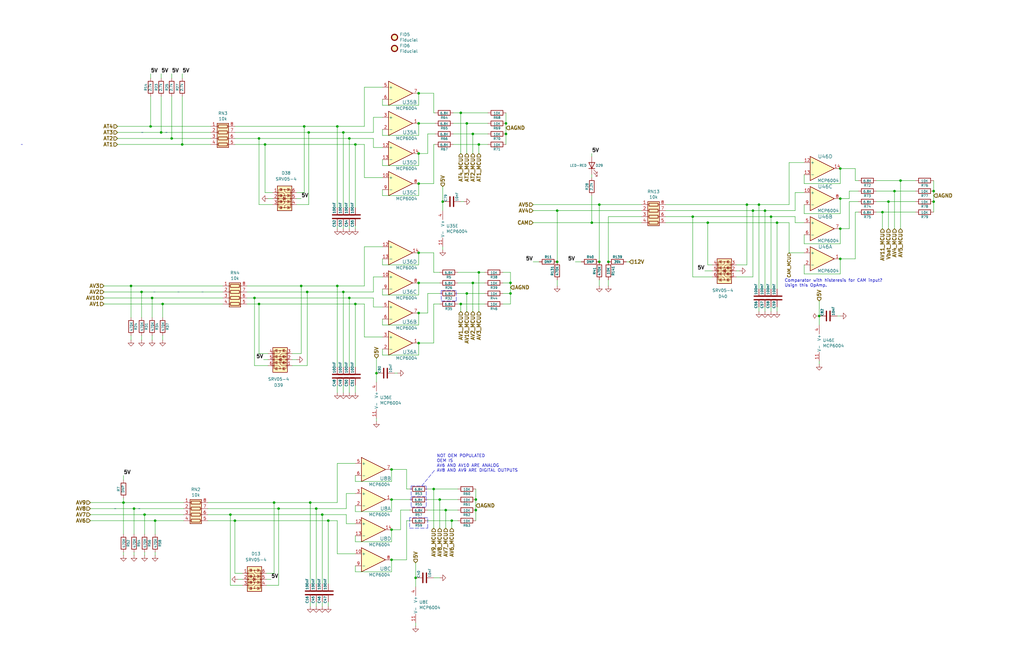
<source format=kicad_sch>
(kicad_sch (version 20210621) (generator eeschema)
  (paper "B")
  (title_block (title "microRusEFI-2L") (date "2020-05-24") (rev "R0.5.2") (company "rusEFI.com") (comment 1 "Donald Becker") (comment 2 "AI6OD"))
  (junction (at 52.07 212.09))
  (junction (at 55.245 120.65))
  (junction (at 56.515 214.63))
  (junction (at 59.69 123.19))
  (junction (at 60.96 217.17))
  (junction (at 63.5 53.34))
  (junction (at 64.135 125.73))
  (junction (at 65.405 219.71))
  (junction (at 67.945 55.88))
  (junction (at 68.58 128.27))
  (junction (at 72.39 58.42))
  (junction (at 76.835 60.96))
  (junction (at 97.155 217.17))
  (junction (at 99.06 219.71))
  (junction (at 107.315 125.73))
  (junction (at 109.22 58.42))
  (junction (at 109.22 128.27))
  (junction (at 111.76 60.96))
  (junction (at 115.57 212.09))
  (junction (at 117.475 214.63))
  (junction (at 127 120.65))
  (junction (at 128.27 53.34))
  (junction (at 129.54 123.19))
  (junction (at 130.175 55.88))
  (junction (at 130.81 212.09))
  (junction (at 133.35 214.63))
  (junction (at 135.89 217.17))
  (junction (at 138.43 219.71))
  (junction (at 142.24 53.34))
  (junction (at 142.24 120.65))
  (junction (at 144.78 55.88))
  (junction (at 144.78 123.19))
  (junction (at 147.32 58.42))
  (junction (at 147.32 125.73))
  (junction (at 149.86 60.96))
  (junction (at 149.86 128.27))
  (junction (at 158.75 157.48))
  (junction (at 165.1 198.12))
  (junction (at 165.1 210.82))
  (junction (at 165.1 223.52))
  (junction (at 165.1 236.22))
  (junction (at 175.26 243.84))
  (junction (at 176.53 39.37))
  (junction (at 176.53 52.07))
  (junction (at 176.53 64.77))
  (junction (at 176.53 77.47))
  (junction (at 176.53 106.68))
  (junction (at 176.53 119.38))
  (junction (at 176.53 132.08))
  (junction (at 176.53 144.78))
  (junction (at 182.88 206.375))
  (junction (at 185.42 210.82))
  (junction (at 186.69 85.09))
  (junction (at 187.96 215.265))
  (junction (at 190.5 219.71))
  (junction (at 194.31 47.625))
  (junction (at 194.31 128.27))
  (junction (at 196.85 52.07))
  (junction (at 196.85 123.825))
  (junction (at 199.39 56.515))
  (junction (at 199.39 119.38))
  (junction (at 200.66 210.82))
  (junction (at 200.66 215.265))
  (junction (at 201.93 60.96))
  (junction (at 201.93 114.935))
  (junction (at 213.36 52.07))
  (junction (at 213.36 56.515))
  (junction (at 215.265 119.38))
  (junction (at 215.265 123.825))
  (junction (at 234.95 88.9))
  (junction (at 234.95 110.49))
  (junction (at 249.555 93.98))
  (junction (at 252.73 86.36))
  (junction (at 252.73 110.49))
  (junction (at 256.54 110.49))
  (junction (at 292.1 91.44))
  (junction (at 298.45 93.98))
  (junction (at 314.96 86.36))
  (junction (at 317.5 88.9))
  (junction (at 320.04 86.36))
  (junction (at 322.58 88.9))
  (junction (at 325.12 91.44))
  (junction (at 327.66 93.98))
  (junction (at 345.44 133.35))
  (junction (at 354.33 71.12))
  (junction (at 354.33 83.82))
  (junction (at 354.33 96.52))
  (junction (at 354.33 109.22))
  (junction (at 372.11 89.535))
  (junction (at 374.65 85.09))
  (junction (at 377.19 80.645))
  (junction (at 379.73 76.2))
  (junction (at 393.7 80.645))
  (junction (at 393.7 85.09))
  (wire (pts (xy 38.1 212.09) (xy 52.07 212.09)))
  (wire (pts (xy 38.1 214.63) (xy 56.515 214.63)))
  (wire (pts (xy 38.1 217.17) (xy 60.96 217.17)))
  (wire (pts (xy 38.1 219.71) (xy 65.405 219.71)))
  (wire (pts (xy 43.815 120.65) (xy 55.245 120.65)))
  (wire (pts (xy 43.815 123.19) (xy 59.69 123.19)))
  (wire (pts (xy 43.815 125.73) (xy 64.135 125.73)))
  (wire (pts (xy 43.815 128.27) (xy 68.58 128.27)))
  (wire (pts (xy 49.53 53.34) (xy 63.5 53.34)))
  (wire (pts (xy 49.53 55.88) (xy 67.945 55.88)))
  (wire (pts (xy 49.53 58.42) (xy 72.39 58.42)))
  (wire (pts (xy 49.53 60.96) (xy 76.835 60.96)))
  (wire (pts (xy 52.07 200.66) (xy 52.07 202.565)))
  (wire (pts (xy 52.07 210.185) (xy 52.07 212.09)))
  (wire (pts (xy 52.07 212.09) (xy 77.47 212.09)))
  (wire (pts (xy 52.07 225.425) (xy 52.07 212.09)))
  (wire (pts (xy 52.07 233.045) (xy 52.07 234.315)))
  (wire (pts (xy 55.245 120.65) (xy 93.98 120.65)))
  (wire (pts (xy 55.245 133.985) (xy 55.245 120.65)))
  (wire (pts (xy 55.245 141.605) (xy 55.245 143.51)))
  (wire (pts (xy 56.515 214.63) (xy 77.47 214.63)))
  (wire (pts (xy 56.515 225.425) (xy 56.515 214.63)))
  (wire (pts (xy 56.515 233.045) (xy 56.515 234.315)))
  (wire (pts (xy 59.69 123.19) (xy 59.69 133.985)))
  (wire (pts (xy 59.69 123.19) (xy 93.98 123.19)))
  (wire (pts (xy 59.69 141.605) (xy 59.69 143.51)))
  (wire (pts (xy 60.96 217.17) (xy 77.47 217.17)))
  (wire (pts (xy 60.96 225.425) (xy 60.96 217.17)))
  (wire (pts (xy 60.96 233.045) (xy 60.96 234.315)))
  (wire (pts (xy 63.5 31.115) (xy 63.5 33.02)))
  (wire (pts (xy 63.5 40.64) (xy 63.5 53.34)))
  (wire (pts (xy 63.5 53.34) (xy 88.9 53.34)))
  (wire (pts (xy 64.135 125.73) (xy 93.98 125.73)))
  (wire (pts (xy 64.135 133.985) (xy 64.135 125.73)))
  (wire (pts (xy 64.135 141.605) (xy 64.135 143.51)))
  (wire (pts (xy 65.405 219.71) (xy 77.47 219.71)))
  (wire (pts (xy 65.405 225.425) (xy 65.405 219.71)))
  (wire (pts (xy 65.405 233.045) (xy 65.405 234.315)))
  (wire (pts (xy 67.945 31.115) (xy 67.945 33.02)))
  (wire (pts (xy 67.945 40.64) (xy 67.945 55.88)))
  (wire (pts (xy 67.945 55.88) (xy 88.9 55.88)))
  (wire (pts (xy 68.58 128.27) (xy 93.98 128.27)))
  (wire (pts (xy 68.58 133.985) (xy 68.58 128.27)))
  (wire (pts (xy 68.58 141.605) (xy 68.58 143.51)))
  (wire (pts (xy 72.39 31.115) (xy 72.39 33.02)))
  (wire (pts (xy 72.39 40.64) (xy 72.39 58.42)))
  (wire (pts (xy 72.39 58.42) (xy 88.9 58.42)))
  (wire (pts (xy 76.835 31.115) (xy 76.835 33.02)))
  (wire (pts (xy 76.835 40.64) (xy 76.835 60.96)))
  (wire (pts (xy 76.835 60.96) (xy 88.9 60.96)))
  (wire (pts (xy 87.63 212.09) (xy 115.57 212.09)))
  (wire (pts (xy 87.63 214.63) (xy 117.475 214.63)))
  (wire (pts (xy 87.63 217.17) (xy 97.155 217.17)))
  (wire (pts (xy 87.63 219.71) (xy 99.06 219.71)))
  (wire (pts (xy 97.155 217.17) (xy 135.89 217.17)))
  (wire (pts (xy 97.155 247.015) (xy 97.155 217.17)))
  (wire (pts (xy 99.06 53.34) (xy 128.27 53.34)))
  (wire (pts (xy 99.06 55.88) (xy 130.175 55.88)))
  (wire (pts (xy 99.06 58.42) (xy 109.22 58.42)))
  (wire (pts (xy 99.06 60.96) (xy 111.76 60.96)))
  (wire (pts (xy 99.06 219.71) (xy 138.43 219.71)))
  (wire (pts (xy 99.06 241.935) (xy 99.06 219.71)))
  (wire (pts (xy 100.33 244.475) (xy 102.235 244.475)))
  (wire (pts (xy 102.235 241.935) (xy 99.06 241.935)))
  (wire (pts (xy 102.235 247.015) (xy 97.155 247.015)))
  (wire (pts (xy 104.14 120.65) (xy 127 120.65)))
  (wire (pts (xy 104.14 123.19) (xy 129.54 123.19)))
  (wire (pts (xy 104.14 125.73) (xy 107.315 125.73)))
  (wire (pts (xy 104.14 128.27) (xy 109.22 128.27)))
  (wire (pts (xy 107.315 125.73) (xy 147.32 125.73)))
  (wire (pts (xy 107.315 154.305) (xy 107.315 125.73)))
  (wire (pts (xy 109.22 58.42) (xy 109.22 86.36)))
  (wire (pts (xy 109.22 58.42) (xy 147.32 58.42)))
  (wire (pts (xy 109.22 86.36) (xy 114.935 86.36)))
  (wire (pts (xy 109.22 128.27) (xy 149.86 128.27)))
  (wire (pts (xy 109.22 149.225) (xy 109.22 128.27)))
  (wire (pts (xy 111.125 151.765) (xy 113.03 151.765)))
  (wire (pts (xy 111.76 60.96) (xy 149.86 60.96)))
  (wire (pts (xy 111.76 81.28) (xy 111.76 60.96)))
  (wire (pts (xy 112.395 241.935) (xy 115.57 241.935)))
  (wire (pts (xy 112.395 244.475) (xy 114.3 244.475)))
  (wire (pts (xy 112.395 247.015) (xy 117.475 247.015)))
  (wire (pts (xy 113.03 83.82) (xy 114.935 83.82)))
  (wire (pts (xy 113.03 149.225) (xy 109.22 149.225)))
  (wire (pts (xy 113.03 154.305) (xy 107.315 154.305)))
  (wire (pts (xy 114.935 81.28) (xy 111.76 81.28)))
  (wire (pts (xy 115.57 212.09) (xy 130.81 212.09)))
  (wire (pts (xy 115.57 241.935) (xy 115.57 212.09)))
  (wire (pts (xy 117.475 214.63) (xy 133.35 214.63)))
  (wire (pts (xy 117.475 247.015) (xy 117.475 214.63)))
  (wire (pts (xy 123.19 149.225) (xy 127 149.225)))
  (wire (pts (xy 123.19 151.765) (xy 125.095 151.765)))
  (wire (pts (xy 123.19 154.305) (xy 129.54 154.305)))
  (wire (pts (xy 125.095 81.28) (xy 128.27 81.28)))
  (wire (pts (xy 125.095 83.82) (xy 127 83.82)))
  (wire (pts (xy 125.095 86.36) (xy 130.175 86.36)))
  (wire (pts (xy 127 120.65) (xy 142.24 120.65)))
  (wire (pts (xy 127 149.225) (xy 127 120.65)))
  (wire (pts (xy 128.27 53.34) (xy 142.24 53.34)))
  (wire (pts (xy 128.27 81.28) (xy 128.27 53.34)))
  (wire (pts (xy 129.54 123.19) (xy 144.78 123.19)))
  (wire (pts (xy 129.54 154.305) (xy 129.54 123.19)))
  (wire (pts (xy 130.175 55.88) (xy 144.78 55.88)))
  (wire (pts (xy 130.175 86.36) (xy 130.175 55.88)))
  (wire (pts (xy 130.81 212.09) (xy 130.81 246.38)))
  (wire (pts (xy 130.81 212.09) (xy 142.24 212.09)))
  (wire (pts (xy 130.81 254) (xy 130.81 255.905)))
  (wire (pts (xy 133.35 214.63) (xy 146.05 214.63)))
  (wire (pts (xy 133.35 246.38) (xy 133.35 214.63)))
  (wire (pts (xy 133.35 254) (xy 133.35 255.905)))
  (wire (pts (xy 135.89 217.17) (xy 146.05 217.17)))
  (wire (pts (xy 135.89 246.38) (xy 135.89 217.17)))
  (wire (pts (xy 135.89 254) (xy 135.89 255.905)))
  (wire (pts (xy 138.43 219.71) (xy 142.24 219.71)))
  (wire (pts (xy 138.43 246.38) (xy 138.43 219.71)))
  (wire (pts (xy 138.43 254) (xy 138.43 255.905)))
  (wire (pts (xy 142.24 53.34) (xy 142.24 87.63)))
  (wire (pts (xy 142.24 53.34) (xy 153.67 53.34)))
  (wire (pts (xy 142.24 95.25) (xy 142.24 96.52)))
  (wire (pts (xy 142.24 120.65) (xy 142.24 154.94)))
  (wire (pts (xy 142.24 120.65) (xy 153.67 120.65)))
  (wire (pts (xy 142.24 162.56) (xy 142.24 165.735)))
  (wire (pts (xy 142.24 195.58) (xy 142.24 212.09)))
  (wire (pts (xy 142.24 219.71) (xy 142.24 233.68)))
  (wire (pts (xy 142.24 233.68) (xy 149.86 233.68)))
  (wire (pts (xy 144.78 55.88) (xy 157.48 55.88)))
  (wire (pts (xy 144.78 87.63) (xy 144.78 55.88)))
  (wire (pts (xy 144.78 95.25) (xy 144.78 96.52)))
  (wire (pts (xy 144.78 123.19) (xy 157.48 123.19)))
  (wire (pts (xy 144.78 154.94) (xy 144.78 123.19)))
  (wire (pts (xy 144.78 162.56) (xy 144.78 165.735)))
  (wire (pts (xy 146.05 208.28) (xy 146.05 214.63)))
  (wire (pts (xy 146.05 217.17) (xy 146.05 220.98)))
  (wire (pts (xy 146.05 220.98) (xy 149.86 220.98)))
  (wire (pts (xy 147.32 58.42) (xy 157.48 58.42)))
  (wire (pts (xy 147.32 87.63) (xy 147.32 58.42)))
  (wire (pts (xy 147.32 95.25) (xy 147.32 96.52)))
  (wire (pts (xy 147.32 125.73) (xy 157.48 125.73)))
  (wire (pts (xy 147.32 154.94) (xy 147.32 125.73)))
  (wire (pts (xy 147.32 162.56) (xy 147.32 165.735)))
  (wire (pts (xy 149.86 60.96) (xy 153.67 60.96)))
  (wire (pts (xy 149.86 87.63) (xy 149.86 60.96)))
  (wire (pts (xy 149.86 95.25) (xy 149.86 96.52)))
  (wire (pts (xy 149.86 128.27) (xy 153.67 128.27)))
  (wire (pts (xy 149.86 154.94) (xy 149.86 128.27)))
  (wire (pts (xy 149.86 162.56) (xy 149.86 165.735)))
  (wire (pts (xy 149.86 195.58) (xy 142.24 195.58)))
  (wire (pts (xy 149.86 203.2) (xy 149.86 200.66)))
  (wire (pts (xy 149.86 203.2) (xy 165.1 203.2)))
  (wire (pts (xy 149.86 208.28) (xy 146.05 208.28)))
  (wire (pts (xy 149.86 213.36) (xy 149.86 215.9)))
  (wire (pts (xy 149.86 215.9) (xy 165.1 215.9)))
  (wire (pts (xy 149.86 228.6) (xy 149.86 226.06)))
  (wire (pts (xy 149.86 228.6) (xy 165.1 228.6)))
  (wire (pts (xy 149.86 241.3) (xy 149.86 238.76)))
  (wire (pts (xy 149.86 241.3) (xy 165.1 241.3)))
  (wire (pts (xy 153.67 36.83) (xy 153.67 53.34)))
  (wire (pts (xy 153.67 60.96) (xy 153.67 74.93)))
  (wire (pts (xy 153.67 74.93) (xy 161.29 74.93)))
  (wire (pts (xy 153.67 104.14) (xy 153.67 120.65)))
  (wire (pts (xy 153.67 128.27) (xy 153.67 142.24)))
  (wire (pts (xy 153.67 142.24) (xy 161.29 142.24)))
  (wire (pts (xy 157.48 49.53) (xy 157.48 55.88)))
  (wire (pts (xy 157.48 58.42) (xy 157.48 62.23)))
  (wire (pts (xy 157.48 62.23) (xy 161.29 62.23)))
  (wire (pts (xy 157.48 116.84) (xy 157.48 123.19)))
  (wire (pts (xy 157.48 125.73) (xy 157.48 129.54)))
  (wire (pts (xy 157.48 129.54) (xy 161.29 129.54)))
  (wire (pts (xy 158.75 151.13) (xy 158.75 157.48)))
  (wire (pts (xy 158.75 157.48) (xy 158.75 161.29)))
  (wire (pts (xy 158.75 176.53) (xy 158.75 177.8)))
  (wire (pts (xy 161.29 36.83) (xy 153.67 36.83)))
  (wire (pts (xy 161.29 44.45) (xy 161.29 41.91)))
  (wire (pts (xy 161.29 44.45) (xy 176.53 44.45)))
  (wire (pts (xy 161.29 49.53) (xy 157.48 49.53)))
  (wire (pts (xy 161.29 54.61) (xy 161.29 57.15)))
  (wire (pts (xy 161.29 57.15) (xy 176.53 57.15)))
  (wire (pts (xy 161.29 69.85) (xy 161.29 67.31)))
  (wire (pts (xy 161.29 69.85) (xy 176.53 69.85)))
  (wire (pts (xy 161.29 82.55) (xy 161.29 80.01)))
  (wire (pts (xy 161.29 82.55) (xy 176.53 82.55)))
  (wire (pts (xy 161.29 104.14) (xy 153.67 104.14)))
  (wire (pts (xy 161.29 111.76) (xy 161.29 109.22)))
  (wire (pts (xy 161.29 111.76) (xy 176.53 111.76)))
  (wire (pts (xy 161.29 116.84) (xy 157.48 116.84)))
  (wire (pts (xy 161.29 121.92) (xy 161.29 124.46)))
  (wire (pts (xy 161.29 124.46) (xy 176.53 124.46)))
  (wire (pts (xy 161.29 137.16) (xy 161.29 134.62)))
  (wire (pts (xy 161.29 137.16) (xy 176.53 137.16)))
  (wire (pts (xy 161.29 149.86) (xy 161.29 147.32)))
  (wire (pts (xy 161.29 149.86) (xy 176.53 149.86)))
  (wire (pts (xy 165.1 198.12) (xy 171.45 198.12)))
  (wire (pts (xy 165.1 203.2) (xy 165.1 198.12)))
  (wire (pts (xy 165.1 210.82) (xy 172.72 210.82)))
  (wire (pts (xy 165.1 215.9) (xy 165.1 210.82)))
  (wire (pts (xy 165.1 223.52) (xy 168.91 223.52)))
  (wire (pts (xy 165.1 228.6) (xy 165.1 223.52)))
  (wire (pts (xy 165.1 236.22) (xy 171.45 236.22)))
  (wire (pts (xy 165.1 241.3) (xy 165.1 236.22)))
  (wire (pts (xy 166.37 157.48) (xy 167.64 157.48)))
  (wire (pts (xy 168.91 215.265) (xy 172.72 215.265)))
  (wire (pts (xy 168.91 223.52) (xy 168.91 215.265)))
  (wire (pts (xy 171.45 198.12) (xy 171.45 206.375)))
  (wire (pts (xy 171.45 206.375) (xy 172.72 206.375)))
  (wire (pts (xy 171.45 219.71) (xy 172.72 219.71)))
  (wire (pts (xy 171.45 236.22) (xy 171.45 219.71)))
  (wire (pts (xy 175.26 237.49) (xy 175.26 243.84)))
  (wire (pts (xy 175.26 243.84) (xy 175.26 247.65)))
  (wire (pts (xy 175.26 262.89) (xy 175.26 264.16)))
  (wire (pts (xy 176.53 39.37) (xy 182.88 39.37)))
  (wire (pts (xy 176.53 44.45) (xy 176.53 39.37)))
  (wire (pts (xy 176.53 52.07) (xy 183.515 52.07)))
  (wire (pts (xy 176.53 57.15) (xy 176.53 52.07)))
  (wire (pts (xy 176.53 64.77) (xy 180.34 64.77)))
  (wire (pts (xy 176.53 69.85) (xy 176.53 64.77)))
  (wire (pts (xy 176.53 77.47) (xy 182.88 77.47)))
  (wire (pts (xy 176.53 82.55) (xy 176.53 77.47)))
  (wire (pts (xy 176.53 106.68) (xy 182.88 106.68)))
  (wire (pts (xy 176.53 111.76) (xy 176.53 106.68)))
  (wire (pts (xy 176.53 119.38) (xy 185.42 119.38)))
  (wire (pts (xy 176.53 124.46) (xy 176.53 119.38)))
  (wire (pts (xy 176.53 132.08) (xy 180.34 132.08)))
  (wire (pts (xy 176.53 137.16) (xy 176.53 132.08)))
  (wire (pts (xy 176.53 144.78) (xy 182.88 144.78)))
  (wire (pts (xy 176.53 149.86) (xy 176.53 144.78)))
  (wire (pts (xy 180.34 56.515) (xy 183.515 56.515)))
  (wire (pts (xy 180.34 64.77) (xy 180.34 56.515)))
  (wire (pts (xy 180.34 123.825) (xy 185.42 123.825)))
  (wire (pts (xy 180.34 132.08) (xy 180.34 123.825)))
  (wire (pts (xy 180.34 206.375) (xy 182.88 206.375)))
  (wire (pts (xy 180.34 210.82) (xy 185.42 210.82)))
  (wire (pts (xy 180.34 215.265) (xy 187.96 215.265)))
  (wire (pts (xy 180.34 219.71) (xy 190.5 219.71)))
  (wire (pts (xy 182.88 39.37) (xy 182.88 47.625)))
  (wire (pts (xy 182.88 47.625) (xy 183.515 47.625)))
  (wire (pts (xy 182.88 77.47) (xy 182.88 60.96)))
  (wire (pts (xy 182.88 106.68) (xy 182.88 114.935)))
  (wire (pts (xy 182.88 114.935) (xy 185.42 114.935)))
  (wire (pts (xy 182.88 128.27) (xy 185.42 128.27)))
  (wire (pts (xy 182.88 144.78) (xy 182.88 128.27)))
  (wire (pts (xy 182.88 206.375) (xy 193.04 206.375)))
  (wire (pts (xy 182.88 222.885) (xy 182.88 206.375)))
  (wire (pts (xy 182.88 243.84) (xy 185.42 243.84)))
  (wire (pts (xy 183.515 60.96) (xy 182.88 60.96)))
  (wire (pts (xy 185.42 210.82) (xy 193.04 210.82)))
  (wire (pts (xy 185.42 222.885) (xy 185.42 210.82)))
  (wire (pts (xy 186.69 78.74) (xy 186.69 85.09)))
  (wire (pts (xy 186.69 85.09) (xy 186.69 88.9)))
  (wire (pts (xy 186.69 104.14) (xy 186.69 105.41)))
  (wire (pts (xy 187.96 215.265) (xy 193.04 215.265)))
  (wire (pts (xy 187.96 222.885) (xy 187.96 215.265)))
  (wire (pts (xy 190.5 219.71) (xy 193.04 219.71)))
  (wire (pts (xy 190.5 222.885) (xy 190.5 219.71)))
  (wire (pts (xy 191.135 47.625) (xy 194.31 47.625)))
  (wire (pts (xy 191.135 52.07) (xy 196.85 52.07)))
  (wire (pts (xy 191.135 56.515) (xy 199.39 56.515)))
  (wire (pts (xy 191.135 60.96) (xy 201.93 60.96)))
  (wire (pts (xy 193.04 114.935) (xy 201.93 114.935)))
  (wire (pts (xy 193.04 119.38) (xy 199.39 119.38)))
  (wire (pts (xy 193.04 123.825) (xy 196.85 123.825)))
  (wire (pts (xy 193.04 128.27) (xy 194.31 128.27)))
  (wire (pts (xy 194.31 47.625) (xy 205.74 47.625)))
  (wire (pts (xy 194.31 64.77) (xy 194.31 47.625)))
  (wire (pts (xy 194.31 85.09) (xy 195.58 85.09)))
  (wire (pts (xy 194.31 128.27) (xy 204.47 128.27)))
  (wire (pts (xy 194.31 131.445) (xy 194.31 128.27)))
  (wire (pts (xy 196.85 52.07) (xy 205.74 52.07)))
  (wire (pts (xy 196.85 64.77) (xy 196.85 52.07)))
  (wire (pts (xy 196.85 123.825) (xy 204.47 123.825)))
  (wire (pts (xy 196.85 131.445) (xy 196.85 123.825)))
  (wire (pts (xy 199.39 56.515) (xy 205.74 56.515)))
  (wire (pts (xy 199.39 64.77) (xy 199.39 56.515)))
  (wire (pts (xy 199.39 119.38) (xy 204.47 119.38)))
  (wire (pts (xy 199.39 131.445) (xy 199.39 119.38)))
  (wire (pts (xy 200.66 206.375) (xy 200.66 210.82)))
  (wire (pts (xy 200.66 210.82) (xy 200.66 215.265)))
  (wire (pts (xy 200.66 215.265) (xy 200.66 219.71)))
  (wire (pts (xy 201.93 60.96) (xy 205.74 60.96)))
  (wire (pts (xy 201.93 64.77) (xy 201.93 60.96)))
  (wire (pts (xy 201.93 114.935) (xy 204.47 114.935)))
  (wire (pts (xy 201.93 131.445) (xy 201.93 114.935)))
  (wire (pts (xy 212.09 114.935) (xy 215.265 114.935)))
  (wire (pts (xy 212.09 119.38) (xy 215.265 119.38)))
  (wire (pts (xy 212.09 123.825) (xy 215.265 123.825)))
  (wire (pts (xy 213.36 47.625) (xy 213.36 52.07)))
  (wire (pts (xy 213.36 52.07) (xy 213.36 56.515)))
  (wire (pts (xy 213.36 56.515) (xy 213.36 60.96)))
  (wire (pts (xy 215.265 114.935) (xy 215.265 119.38)))
  (wire (pts (xy 215.265 119.38) (xy 215.265 123.825)))
  (wire (pts (xy 215.265 123.825) (xy 215.265 128.27)))
  (wire (pts (xy 215.265 128.27) (xy 212.09 128.27)))
  (wire (pts (xy 224.79 86.36) (xy 252.73 86.36)))
  (wire (pts (xy 224.79 88.9) (xy 234.95 88.9)))
  (wire (pts (xy 224.79 93.98) (xy 249.555 93.98)))
  (wire (pts (xy 227.33 110.49) (xy 224.79 110.49)))
  (wire (pts (xy 234.95 88.9) (xy 270.51 88.9)))
  (wire (pts (xy 234.95 110.49) (xy 234.95 88.9)))
  (wire (pts (xy 234.95 118.11) (xy 234.95 120.65)))
  (wire (pts (xy 245.11 110.49) (xy 242.57 110.49)))
  (wire (pts (xy 249.555 64.77) (xy 249.555 66.04)))
  (wire (pts (xy 249.555 73.66) (xy 249.555 74.93)))
  (wire (pts (xy 249.555 82.55) (xy 249.555 93.98)))
  (wire (pts (xy 249.555 93.98) (xy 270.51 93.98)))
  (wire (pts (xy 252.73 86.36) (xy 270.51 86.36)))
  (wire (pts (xy 252.73 110.49) (xy 252.73 86.36)))
  (wire (pts (xy 252.73 118.11) (xy 252.73 120.65)))
  (wire (pts (xy 256.54 91.44) (xy 270.51 91.44)))
  (wire (pts (xy 256.54 110.49) (xy 256.54 91.44)))
  (wire (pts (xy 256.54 120.65) (xy 256.54 118.11)))
  (wire (pts (xy 264.16 110.49) (xy 265.43 110.49)))
  (wire (pts (xy 280.67 86.36) (xy 314.96 86.36)))
  (wire (pts (xy 280.67 88.9) (xy 317.5 88.9)))
  (wire (pts (xy 280.67 91.44) (xy 292.1 91.44)))
  (wire (pts (xy 280.67 93.98) (xy 298.45 93.98)))
  (wire (pts (xy 292.1 91.44) (xy 292.1 116.84)))
  (wire (pts (xy 297.18 114.3) (xy 300.355 114.3)))
  (wire (pts (xy 298.45 93.98) (xy 298.45 111.76)))
  (wire (pts (xy 298.45 93.98) (xy 327.66 93.98)))
  (wire (pts (xy 300.355 111.76) (xy 298.45 111.76)))
  (wire (pts (xy 300.355 116.84) (xy 292.1 116.84)))
  (wire (pts (xy 310.515 114.3) (xy 311.785 114.3)))
  (wire (pts (xy 310.515 116.84) (xy 317.5 116.84)))
  (wire (pts (xy 314.96 86.36) (xy 320.04 86.36)))
  (wire (pts (xy 314.96 111.76) (xy 310.515 111.76)))
  (wire (pts (xy 314.96 111.76) (xy 314.96 86.36)))
  (wire (pts (xy 317.5 88.9) (xy 322.58 88.9)))
  (wire (pts (xy 317.5 116.84) (xy 317.5 88.9)))
  (wire (pts (xy 320.04 86.36) (xy 332.74 86.36)))
  (wire (pts (xy 320.04 121.92) (xy 320.04 86.36)))
  (wire (pts (xy 320.04 131.445) (xy 320.04 129.54)))
  (wire (pts (xy 322.58 88.9) (xy 335.28 88.9)))
  (wire (pts (xy 322.58 121.92) (xy 322.58 88.9)))
  (wire (pts (xy 322.58 129.54) (xy 322.58 131.445)))
  (wire (pts (xy 325.12 91.44) (xy 292.1 91.44)))
  (wire (pts (xy 325.12 91.44) (xy 335.28 91.44)))
  (wire (pts (xy 325.12 121.92) (xy 325.12 91.44)))
  (wire (pts (xy 325.12 129.54) (xy 325.12 131.445)))
  (wire (pts (xy 327.66 93.98) (xy 327.66 121.92)))
  (wire (pts (xy 327.66 129.54) (xy 327.66 131.445)))
  (wire (pts (xy 332.74 68.58) (xy 339.09 68.58)))
  (wire (pts (xy 332.74 86.36) (xy 332.74 68.58)))
  (wire (pts (xy 332.74 93.98) (xy 327.66 93.98)))
  (wire (pts (xy 332.74 106.68) (xy 332.74 93.98)))
  (wire (pts (xy 332.74 106.68) (xy 339.09 106.68)))
  (wire (pts (xy 335.28 81.28) (xy 335.28 88.9)))
  (wire (pts (xy 335.28 81.28) (xy 339.09 81.28)))
  (wire (pts (xy 335.28 91.44) (xy 335.28 93.98)))
  (wire (pts (xy 335.28 93.98) (xy 339.09 93.98)))
  (wire (pts (xy 339.09 73.66) (xy 339.09 77.47)))
  (wire (pts (xy 339.09 77.47) (xy 354.33 77.47)))
  (wire (pts (xy 339.09 86.36) (xy 339.09 90.17)))
  (wire (pts (xy 339.09 90.17) (xy 354.33 90.17)))
  (wire (pts (xy 339.09 99.06) (xy 339.09 102.87)))
  (wire (pts (xy 339.09 102.87) (xy 354.33 102.87)))
  (wire (pts (xy 339.09 111.76) (xy 339.09 115.57)))
  (wire (pts (xy 339.09 115.57) (xy 354.33 115.57)))
  (wire (pts (xy 345.44 127) (xy 345.44 133.35)))
  (wire (pts (xy 345.44 133.35) (xy 345.44 137.16)))
  (wire (pts (xy 345.44 152.4) (xy 345.44 153.67)))
  (wire (pts (xy 353.06 133.35) (xy 354.33 133.35)))
  (wire (pts (xy 354.33 77.47) (xy 354.33 71.12)))
  (wire (pts (xy 354.33 83.82) (xy 358.14 83.82)))
  (wire (pts (xy 354.33 90.17) (xy 354.33 83.82)))
  (wire (pts (xy 354.33 96.52) (xy 358.14 96.52)))
  (wire (pts (xy 354.33 102.87) (xy 354.33 96.52)))
  (wire (pts (xy 354.33 109.22) (xy 360.68 109.22)))
  (wire (pts (xy 354.33 115.57) (xy 354.33 109.22)))
  (wire (pts (xy 358.14 80.645) (xy 361.95 80.645)))
  (wire (pts (xy 358.14 83.82) (xy 358.14 80.645)))
  (wire (pts (xy 358.14 85.09) (xy 361.95 85.09)))
  (wire (pts (xy 358.14 96.52) (xy 358.14 85.09)))
  (wire (pts (xy 360.68 71.12) (xy 354.33 71.12)))
  (wire (pts (xy 360.68 76.2) (xy 360.68 71.12)))
  (wire (pts (xy 360.68 76.2) (xy 361.95 76.2)))
  (wire (pts (xy 360.68 89.535) (xy 360.68 109.22)))
  (wire (pts (xy 360.68 89.535) (xy 361.95 89.535)))
  (wire (pts (xy 369.57 76.2) (xy 379.73 76.2)))
  (wire (pts (xy 369.57 80.645) (xy 377.19 80.645)))
  (wire (pts (xy 369.57 85.09) (xy 374.65 85.09)))
  (wire (pts (xy 369.57 89.535) (xy 372.11 89.535)))
  (wire (pts (xy 372.11 89.535) (xy 386.08 89.535)))
  (wire (pts (xy 372.11 96.52) (xy 372.11 89.535)))
  (wire (pts (xy 374.65 85.09) (xy 386.08 85.09)))
  (wire (pts (xy 374.65 96.52) (xy 374.65 85.09)))
  (wire (pts (xy 377.19 80.645) (xy 386.08 80.645)))
  (wire (pts (xy 377.19 96.52) (xy 377.19 80.645)))
  (wire (pts (xy 379.73 76.2) (xy 386.08 76.2)))
  (wire (pts (xy 379.73 96.52) (xy 379.73 76.2)))
  (wire (pts (xy 393.7 76.2) (xy 393.7 80.645)))
  (wire (pts (xy 393.7 80.645) (xy 393.7 85.09)))
  (wire (pts (xy 393.7 85.09) (xy 393.7 89.535)))
  (polyline (pts (xy 8.89 60.96) (xy 9.525 60.96)))
  (polyline (pts (xy 48.26 214.63) (xy 48.895 214.63)))
  (polyline (pts (xy 58.42 214.63) (xy 59.055 214.63)))
  (polyline (pts (xy 59.69 55.88) (xy 60.325 55.88)))
  (polyline (pts (xy 64.77 123.19) (xy 65.405 123.19)))
  (polyline (pts (xy 69.85 55.88) (xy 70.485 55.88)))
  (polyline (pts (xy 74.93 123.19) (xy 75.565 123.19)))
  (polyline (pts (xy 85.09 123.19) (xy 85.725 123.19)))
  (polyline (pts (xy 172.72 218.44) (xy 172.72 222.885)))
  (polyline (pts (xy 172.72 222.885) (xy 180.34 222.885)))
  (polyline (pts (xy 173.355 205.105) (xy 173.355 213.995)))
  (polyline (pts (xy 173.355 205.105) (xy 179.705 205.105)))
  (polyline (pts (xy 173.355 213.995) (xy 179.705 213.995)))
  (polyline (pts (xy 177.8 205.105) (xy 183.515 198.12)))
  (polyline (pts (xy 179.705 205.105) (xy 179.705 213.995)))
  (polyline (pts (xy 179.705 209.55) (xy 173.355 209.55)))
  (polyline (pts (xy 180.34 218.44) (xy 172.72 218.44)))
  (polyline (pts (xy 180.34 222.885) (xy 180.34 218.44)))
  (polyline (pts (xy 186.055 122.555) (xy 186.055 127)))
  (polyline (pts (xy 186.055 127) (xy 192.405 127)))
  (polyline (pts (xy 192.405 122.555) (xy 186.055 122.555)))
  (polyline (pts (xy 192.405 127) (xy 192.405 122.555)))
  (text "NOT OEM POPULATED\nOEM IS \nAV6 AND AV10 ARE ANALOG\nAV8 AND AV9 ARE DIGITAL OUTPUTS" (at 184.15 199.39 0) (effects (font (size 1.27 1.27)) (justify left bottom)))
  (text "Comparator with histeresis for CAM input?\nUsign this OpAmp." (at 330.835 121.285 0) (effects (font (size 1.27 1.27)) (justify left bottom)))
  (label "5V" (at 52.07 200.66 0) (effects (font (size 1.524 1.524) (thickness 0.3048) bold)))
  (label "5V" (at 63.5 31.115 0) (effects (font (size 1.524 1.524) (thickness 0.3048) bold)))
  (label "5V" (at 67.945 31.115 0) (effects (font (size 1.524 1.524) (thickness 0.3048) bold)))
  (label "5V" (at 72.39 31.115 0) (effects (font (size 1.524 1.524) (thickness 0.3048) bold)))
  (label "5V" (at 76.835 31.115 0) (effects (font (size 1.524 1.524) (thickness 0.3048) bold)))
  (label "5V" (at 111.125 151.765 180) (effects (font (size 1.524 1.524) (thickness 0.3048) bold)))
  (label "5V" (at 114.3 244.475 0) (effects (font (size 1.524 1.524) (thickness 0.3048) bold)))
  (label "5V" (at 127 83.82 0) (effects (font (size 1.524 1.524) (thickness 0.3048) bold)))
  (label "5V" (at 224.79 110.49 180) (effects (font (size 1.524 1.524) (thickness 0.3048) bold)))
  (label "5V" (at 242.57 110.49 180) (effects (font (size 1.524 1.524) (thickness 0.3048) bold)))
  (label "5V" (at 249.555 64.77 0) (effects (font (size 1.524 1.524) (thickness 0.3048) bold)))
  (label "5V" (at 297.18 114.3 180) (effects (font (size 1.524 1.524) (thickness 0.3048) bold)))
  (hierarchical_label "AV9" (shape input) (at 38.1 212.09 180) (effects (font (size 1.524 1.524) (thickness 0.3048) bold)))
  (hierarchical_label "AV8" (shape input) (at 38.1 214.63 180) (effects (font (size 1.524 1.524) (thickness 0.3048) bold)))
  (hierarchical_label "AV7" (shape input) (at 38.1 217.17 180) (effects (font (size 1.524 1.524) (thickness 0.3048) bold)))
  (hierarchical_label "AV6" (shape input) (at 38.1 219.71 180) (effects (font (size 1.524 1.524) (thickness 0.3048) bold)))
  (hierarchical_label "AV3" (shape input) (at 43.815 120.65 180) (effects (font (size 1.524 1.524) (thickness 0.3048) bold)))
  (hierarchical_label "AV2" (shape input) (at 43.815 123.19 180) (effects (font (size 1.524 1.524) (thickness 0.3048) bold)))
  (hierarchical_label "AV10" (shape input) (at 43.815 125.73 180) (effects (font (size 1.524 1.524) (thickness 0.3048) bold)))
  (hierarchical_label "AV1" (shape input) (at 43.815 128.27 180) (effects (font (size 1.524 1.524) (thickness 0.3048) bold)))
  (hierarchical_label "AT4" (shape input) (at 49.53 53.34 180) (effects (font (size 1.524 1.524) (thickness 0.3048) bold)))
  (hierarchical_label "AT3" (shape input) (at 49.53 55.88 180) (effects (font (size 1.524 1.524) (thickness 0.3048) bold)))
  (hierarchical_label "AT2" (shape input) (at 49.53 58.42 180) (effects (font (size 1.524 1.524) (thickness 0.3048) bold)))
  (hierarchical_label "AT1" (shape input) (at 49.53 60.96 180) (effects (font (size 1.524 1.524) (thickness 0.3048) bold)))
  (hierarchical_label "5V" (shape input) (at 158.75 151.13 90) (effects (font (size 1.524 1.524) (thickness 0.3048) bold)))
  (hierarchical_label "5V" (shape input) (at 175.26 237.49 90) (effects (font (size 1.524 1.524) (thickness 0.3048) bold)))
  (hierarchical_label "AV9_MCU" (shape input) (at 182.88 222.885 270) (effects (font (size 1.524 1.524) (thickness 0.3048) bold)))
  (hierarchical_label "AV8_MCU" (shape input) (at 185.42 222.885 270) (effects (font (size 1.524 1.524) (thickness 0.3048) bold)))
  (hierarchical_label "5V" (shape input) (at 186.69 78.74 90) (effects (font (size 1.524 1.524) (thickness 0.3048) bold)))
  (hierarchical_label "AV7_MCU" (shape input) (at 187.96 222.885 270) (effects (font (size 1.524 1.524) (thickness 0.3048) bold)))
  (hierarchical_label "AV6_MCU" (shape input) (at 190.5 222.885 270) (effects (font (size 1.524 1.524) (thickness 0.3048) bold)))
  (hierarchical_label "AT4_MCU" (shape input) (at 194.31 64.77 270) (effects (font (size 1.524 1.524) (thickness 0.3048) bold)))
  (hierarchical_label "AV1_MCU" (shape input) (at 194.31 131.445 270) (effects (font (size 1.524 1.524) (thickness 0.3048) bold)))
  (hierarchical_label "AT3_MCU" (shape input) (at 196.85 64.77 270) (effects (font (size 1.524 1.524) (thickness 0.3048) bold)))
  (hierarchical_label "AV10_MCU" (shape input) (at 196.85 131.445 270) (effects (font (size 1.524 1.524) (thickness 0.3048) bold)))
  (hierarchical_label "AT2_MCU" (shape input) (at 199.39 64.77 270) (effects (font (size 1.524 1.524) (thickness 0.3048) bold)))
  (hierarchical_label "AV2_MCU" (shape input) (at 199.39 131.445 270) (effects (font (size 1.524 1.524) (thickness 0.3048) bold)))
  (hierarchical_label "AGND" (shape input) (at 200.66 213.36 0) (effects (font (size 1.524 1.524) (thickness 0.3048) bold)))
  (hierarchical_label "AT1_MCU" (shape input) (at 201.93 64.77 270) (effects (font (size 1.524 1.524) (thickness 0.3048) bold)))
  (hierarchical_label "AV3_MCU" (shape input) (at 201.93 131.445 270) (effects (font (size 1.524 1.524) (thickness 0.3048) bold)))
  (hierarchical_label "AGND" (shape input) (at 213.36 53.975 0) (effects (font (size 1.524 1.524) (thickness 0.3048) bold)))
  (hierarchical_label "AGND" (shape input) (at 215.265 121.285 0) (effects (font (size 1.524 1.524) (thickness 0.3048) bold)))
  (hierarchical_label "AV5" (shape input) (at 224.79 86.36 180) (effects (font (size 1.524 1.524) (thickness 0.3048) bold)))
  (hierarchical_label "AV4" (shape input) (at 224.79 88.9 180) (effects (font (size 1.524 1.524) (thickness 0.3048) bold)))
  (hierarchical_label "CAM" (shape input) (at 224.79 93.98 180) (effects (font (size 1.524 1.524) (thickness 0.3048) bold)))
  (hierarchical_label "12V" (shape input) (at 265.43 110.49 0) (effects (font (size 1.524 1.524) (thickness 0.3048) bold)))
  (hierarchical_label "CAM_MCU" (shape input) (at 332.74 106.68 270) (effects (font (thickness 0.254) bold)))
  (hierarchical_label "5V" (shape input) (at 345.44 127 90) (effects (font (size 1.524 1.524) (thickness 0.3048) bold)))
  (hierarchical_label "AV11_MCU" (shape input) (at 372.11 96.52 270) (effects (font (size 1.524 1.524) (thickness 0.3048) bold)))
  (hierarchical_label "Vbat_MCU" (shape input) (at 374.65 96.52 270) (effects (font (size 1.524 1.524) (thickness 0.3048) bold)))
  (hierarchical_label "AV4_MCU" (shape input) (at 377.19 96.52 270) (effects (font (size 1.524 1.524) (thickness 0.3048) bold)))
  (hierarchical_label "AV5_MCU" (shape input) (at 379.73 96.52 270) (effects (font (size 1.524 1.524) (thickness 0.3048) bold)))
  (hierarchical_label "AGND" (shape input) (at 393.7 82.55 0) (effects (font (size 1.524 1.524) (thickness 0.3048) bold)))
  (symbol (lib_id "power:PWR_FLAG") (at 345.44 133.35 90) (unit 1)
    (property "Reference" "#FLG0104" (effects hide))
    (property "Value" "PWR_FLAG" (effects hide))
  )
  (symbol (lib_id "power:GND") (at 52.07 234.315 0) (unit 1)
    (property "Reference" "#PWR0204" (effects hide))
    (property "Value" "GND" (effects hide))
  )
  (symbol (lib_id "power:GND") (at 55.245 143.51 0) (unit 1)
    (property "Reference" "#PWR0186" (effects hide))
    (property "Value" "GND" (effects hide))
  )
  (symbol (lib_id "power:GND") (at 56.515 234.315 0) (unit 1)
    (property "Reference" "#PWR0203" (effects hide))
    (property "Value" "GND" (effects hide))
  )
  (symbol (lib_id "power:GND") (at 59.69 143.51 0) (unit 1)
    (property "Reference" "#PWR0184" (effects hide))
    (property "Value" "GND" (effects hide))
  )
  (symbol (lib_id "power:GND") (at 60.96 234.315 0) (unit 1)
    (property "Reference" "#PWR0202" (effects hide))
    (property "Value" "GND" (effects hide))
  )
  (symbol (lib_id "power:GND") (at 64.135 143.51 0) (unit 1)
    (property "Reference" "#PWR0181" (effects hide))
    (property "Value" "GND" (effects hide))
  )
  (symbol (lib_id "power:GND") (at 65.405 234.315 0) (unit 1)
    (property "Reference" "#PWR0205" (effects hide))
    (property "Value" "GND" (effects hide))
  )
  (symbol (lib_id "power:GND") (at 68.58 143.51 0) (unit 1)
    (property "Reference" "#PWR0187" (effects hide))
    (property "Value" "GND" (effects hide))
  )
  (symbol (lib_id "power:GND") (at 100.33 244.475 270) (unit 1)
    (property "Reference" "#PWR0152" (effects hide))
    (property "Value" "GND" (effects hide))
  )
  (symbol (lib_id "power:GND") (at 113.03 83.82 270) (unit 1)
    (property "Reference" "#PWR0142" (effects hide))
    (property "Value" "GND" (effects hide))
  )
  (symbol (lib_id "power:GND") (at 125.095 151.765 90) (unit 1)
    (property "Reference" "#PWR029" (effects hide))
    (property "Value" "GND" (effects hide))
  )
  (symbol (lib_id "power:GND") (at 130.81 255.905 0) (unit 1)
    (property "Reference" "#PWR0209" (effects hide))
    (property "Value" "GND" (effects hide))
  )
  (symbol (lib_id "power:GND") (at 133.35 255.905 0) (unit 1)
    (property "Reference" "#PWR0208" (effects hide))
    (property "Value" "GND" (effects hide))
  )
  (symbol (lib_id "power:GND") (at 135.89 255.905 0) (unit 1)
    (property "Reference" "#PWR0207" (effects hide))
    (property "Value" "GND" (effects hide))
  )
  (symbol (lib_id "power:GND") (at 138.43 255.905 0) (unit 1)
    (property "Reference" "#PWR0206" (effects hide))
    (property "Value" "GND" (effects hide))
  )
  (symbol (lib_id "power:GND") (at 142.24 96.52 0) (unit 1)
    (property "Reference" "#PWR0171" (effects hide))
    (property "Value" "GND" (effects hide))
  )
  (symbol (lib_id "power:GND") (at 142.24 165.735 0) (unit 1)
    (property "Reference" "#PWR0172" (effects hide))
    (property "Value" "GND" (effects hide))
  )
  (symbol (lib_id "power:GND") (at 144.78 96.52 0) (unit 1)
    (property "Reference" "#PWR0173" (effects hide))
    (property "Value" "GND" (effects hide))
  )
  (symbol (lib_id "power:GND") (at 144.78 165.735 0) (unit 1)
    (property "Reference" "#PWR0174" (effects hide))
    (property "Value" "GND" (effects hide))
  )
  (symbol (lib_id "power:GND") (at 147.32 96.52 0) (unit 1)
    (property "Reference" "#PWR0175" (effects hide))
    (property "Value" "GND" (effects hide))
  )
  (symbol (lib_id "power:GND") (at 147.32 165.735 0) (unit 1)
    (property "Reference" "#PWR0176" (effects hide))
    (property "Value" "GND" (effects hide))
  )
  (symbol (lib_id "power:GND") (at 149.86 96.52 0) (unit 1)
    (property "Reference" "#PWR0177" (effects hide))
    (property "Value" "GND" (effects hide))
  )
  (symbol (lib_id "power:GND") (at 149.86 165.735 0) (unit 1)
    (property "Reference" "#PWR0178" (effects hide))
    (property "Value" "GND" (effects hide))
  )
  (symbol (lib_id "power:GND") (at 158.75 177.8 0) (unit 1)
    (property "Reference" "#PWR0166" (effects hide))
    (property "Value" "GND" (effects hide))
  )
  (symbol (lib_id "power:GND") (at 167.64 157.48 90) (unit 1)
    (property "Reference" "#PWR0169" (effects hide))
    (property "Value" "GND" (effects hide))
  )
  (symbol (lib_id "power:GND") (at 175.26 264.16 0) (unit 1)
    (property "Reference" "#PWR0210" (effects hide))
    (property "Value" "GND" (effects hide))
  )
  (symbol (lib_id "power:GND") (at 185.42 243.84 90) (unit 1)
    (property "Reference" "#PWR0193" (effects hide))
    (property "Value" "GND" (effects hide))
  )
  (symbol (lib_id "power:GND") (at 186.69 105.41 0) (unit 1)
    (property "Reference" "#PWR0165" (effects hide))
    (property "Value" "GND" (effects hide))
  )
  (symbol (lib_id "power:GND") (at 195.58 85.09 90) (unit 1)
    (property "Reference" "#PWR0168" (effects hide))
    (property "Value" "GND" (effects hide))
  )
  (symbol (lib_id "power:GND") (at 234.95 120.65 0) (mirror y) (unit 1)
    (property "Reference" "#PWR0163" (effects hide))
    (property "Value" "GND" (effects hide))
  )
  (symbol (lib_id "power:GND") (at 252.73 120.65 0) (mirror y) (unit 1)
    (property "Reference" "#PWR0136" (effects hide))
    (property "Value" "GND" (effects hide))
  )
  (symbol (lib_id "power:GND") (at 256.54 120.65 0) (mirror y) (unit 1)
    (property "Reference" "#PWR0182" (effects hide))
    (property "Value" "GND" (effects hide))
  )
  (symbol (lib_id "power:GND") (at 311.785 114.3 90) (unit 1)
    (property "Reference" "#PWR0155" (effects hide))
    (property "Value" "GND" (effects hide))
  )
  (symbol (lib_id "power:GND") (at 320.04 131.445 0) (unit 1)
    (property "Reference" "#PWR0192" (effects hide))
    (property "Value" "GND" (effects hide))
  )
  (symbol (lib_id "power:GND") (at 322.58 131.445 0) (unit 1)
    (property "Reference" "#PWR0194" (effects hide))
    (property "Value" "GND" (effects hide))
  )
  (symbol (lib_id "power:GND") (at 325.12 131.445 0) (unit 1)
    (property "Reference" "#PWR0196" (effects hide))
    (property "Value" "GND" (effects hide))
  )
  (symbol (lib_id "power:GND") (at 327.66 131.445 0) (unit 1)
    (property "Reference" "#PWR0198" (effects hide))
    (property "Value" "GND" (effects hide))
  )
  (symbol (lib_id "power:GND") (at 345.44 153.67 0) (unit 1)
    (property "Reference" "#PWR0185" (effects hide))
    (property "Value" "GND" (effects hide))
  )
  (symbol (lib_id "power:GND") (at 354.33 133.35 90) (unit 1)
    (property "Reference" "#PWR0188" (effects hide))
    (property "Value" "GND" (effects hide))
  )
  (symbol (lib_id "Mechanical:Fiducial") (at 166.37 15.748 0) (unit 1)
    (property "Reference" "FID5" (at 168.529 14.5796 0) (effects (justify left)))
    (property "Value" "Fiducial" (at 168.529 16.891 0) (effects (justify left)))
    (property "Footprint" "Fiducial:Fiducial_0.5mm_Mask1mm" (effects hide))
    (property "Datasheet" "DNP" (effects hide))
    (property "Part #" "DNP" (effects hide))
    (property "VEND" "DNP" (effects hide))
    (property "VEND#" "DNP" (effects hide))
    (property "Manufacturer" "DNP" (effects hide))
  )
  (symbol (lib_id "Mechanical:Fiducial") (at 166.37 20.447 0) (unit 1)
    (property "Reference" "FID6" (at 168.529 19.2786 0) (effects (justify left)))
    (property "Value" "Fiducial" (at 168.529 21.59 0) (effects (justify left)))
    (property "Footprint" "Fiducial:Fiducial_0.5mm_Mask1mm" (effects hide))
    (property "Datasheet" "DNP" (effects hide))
    (property "Part #" "DNP" (effects hide))
    (property "VEND" "DNP" (effects hide))
    (property "VEND#" "DNP" (effects hide))
    (property "Manufacturer" "DNP" (effects hide))
  )
  (symbol (lib_id "Amplifier_Operational:MCP6004") (at 161.29 168.91 0) (unit 5)
    (property "Reference" "U36" (at 160.2232 167.7416 0) (effects (justify left)))
    (property "Value" "MCP6004" (at 160.2232 170.053 0) (effects (justify left)))
    (property "Footprint" "Package_SO:TSSOP-14_4.4x5mm_P0.65mm" (effects hide))
    (property "Datasheet" "http://ww1.microchip.com/downloads/en/DeviceDoc/21733j.pdf" (effects hide))
    (property "Part #" "MCP6004T-I/ST" (effects hide))
    (property "VEND#" "MCP6004T-I/STCT-ND" (effects hide))
    (property "VEND" "DIGI" (effects hide))
    (property "Manufacturer" "MicroChip" (effects hide))
    (property "LCSC" "C248577" (effects hide))
  )
  (symbol (lib_id "Amplifier_Operational:MCP6004") (at 177.8 255.27 0) (unit 5)
    (property "Reference" "U8" (at 176.7332 254.1016 0) (effects (justify left)))
    (property "Value" "MCP6004" (at 176.7332 256.413 0) (effects (justify left)))
    (property "Footprint" "Package_SO:TSSOP-14_4.4x5mm_P0.65mm" (effects hide))
    (property "Datasheet" "http://ww1.microchip.com/downloads/en/DeviceDoc/21733j.pdf" (effects hide))
    (property "Part #" "MCP6004T-I/ST" (effects hide))
    (property "VEND#" "MCP6004T-I/STCT-ND" (effects hide))
    (property "VEND" "DIGI" (effects hide))
    (property "Manufacturer" "MicroChip" (effects hide))
    (property "LCSC" "C248577" (effects hide))
  )
  (symbol (lib_id "Amplifier_Operational:MCP6004") (at 189.23 96.52 0) (unit 5)
    (property "Reference" "U35" (at 188.1632 95.3516 0) (effects (justify left)))
    (property "Value" "MCP6004" (at 188.1632 97.663 0) (effects (justify left)))
    (property "Footprint" "Package_SO:TSSOP-14_4.4x5mm_P0.65mm" (effects hide))
    (property "Datasheet" "http://ww1.microchip.com/downloads/en/DeviceDoc/21733j.pdf" (effects hide))
    (property "Part #" "MCP6004T-I/ST" (effects hide))
    (property "VEND#" "MCP6004T-I/STCT-ND" (effects hide))
    (property "VEND" "DIGI" (effects hide))
    (property "Manufacturer" "MicroChip" (effects hide))
    (property "LCSC" "C248577" (effects hide))
  )
  (symbol (lib_id "Amplifier_Operational:MCP6004") (at 347.98 144.78 0) (unit 5)
    (property "Reference" "U46" (at 346.9132 143.6116 0) (effects (justify left)))
    (property "Value" "MCP6004" (at 346.9132 145.923 0) (effects (justify left)))
    (property "Footprint" "Package_SO:TSSOP-14_4.4x5mm_P0.65mm" (effects hide))
    (property "Datasheet" "http://ww1.microchip.com/downloads/en/DeviceDoc/21733j.pdf" (effects hide))
    (property "Part #" "MCP6004T-I/ST" (effects hide))
    (property "VEND#" "MCP6004T-I/STCT-ND" (effects hide))
    (property "VEND" "DIGI" (effects hide))
    (property "Manufacturer" "MicroChip" (effects hide))
    (property "LCSC" "C248577" (effects hide))
  )
  (symbol (lib_id "Device:R") (at 52.07 206.375 0) (mirror y) (unit 1)
    (property "Reference" "R7" (at 50.038 206.375 90) (effects (font (size 1.016 1.016))))
    (property "Value" "DNP" (at 51.8922 206.3496 90) (effects (font (size 1.016 1.016))))
    (property "Footprint" "Resistor_SMD:R_0402_1005Metric" (effects hide))
    (property "Part #" "DNP" (effects hide))
    (property "VEND" "DIGI" (effects hide))
    (property "VEND#" "DNP" (effects hide))
    (property "Manufacturer" "DNP" (effects hide))
  )
  (symbol (lib_id "Device:R") (at 52.07 229.235 0) (unit 1)
    (property "Reference" "R52" (at 54.102 229.235 90) (effects (font (size 1.016 1.016))))
    (property "Value" "470K" (at 52.2478 229.2096 90) (effects (font (size 1.016 1.016))))
    (property "Footprint" "Resistor_SMD:R_0402_1005Metric" (effects hide))
    (property "LCSC" "C25790" (effects hide))
  )
  (symbol (lib_id "Device:R") (at 55.245 137.795 0) (unit 1)
    (property "Reference" "R24" (at 57.277 137.795 90) (effects (font (size 1.016 1.016))))
    (property "Value" "470K" (at 55.4228 137.7696 90) (effects (font (size 1.016 1.016))))
    (property "Footprint" "Resistor_SMD:R_0402_1005Metric" (effects hide))
    (property "LCSC" "C25790" (effects hide))
  )
  (symbol (lib_id "Device:R") (at 56.515 229.235 0) (unit 1)
    (property "Reference" "R54" (at 58.547 229.235 90) (effects (font (size 1.016 1.016))))
    (property "Value" "470K" (at 56.6928 229.2096 90) (effects (font (size 1.016 1.016))))
    (property "Footprint" "Resistor_SMD:R_0402_1005Metric" (effects hide))
    (property "LCSC" "C25790" (effects hide))
  )
  (symbol (lib_id "Device:R") (at 59.69 137.795 0) (unit 1)
    (property "Reference" "R31" (at 61.722 137.795 90) (effects (font (size 1.016 1.016))))
    (property "Value" "470K" (at 59.8678 137.7696 90) (effects (font (size 1.016 1.016))))
    (property "Footprint" "Resistor_SMD:R_0402_1005Metric" (effects hide))
    (property "LCSC" "C25790" (effects hide))
  )
  (symbol (lib_id "Device:R") (at 60.96 229.235 0) (unit 1)
    (property "Reference" "R56" (at 62.992 229.235 90) (effects (font (size 1.016 1.016))))
    (property "Value" "470K" (at 61.1378 229.2096 90) (effects (font (size 1.016 1.016))))
    (property "Footprint" "Resistor_SMD:R_0402_1005Metric" (effects hide))
    (property "LCSC" "C25790" (effects hide))
  )
  (symbol (lib_id "Device:R") (at 63.5 36.83 180) (unit 1)
    (property "Reference" "R14" (at 61.468 36.83 90) (effects (font (size 1.016 1.016))))
    (property "Value" "2.7k" (at 63.3222 36.8554 90) (effects (font (size 1.016 1.016))))
    (property "Footprint" "Resistor_SMD:R_0603_1608Metric" (effects hide))
    (property "Part #" "RMCF0603FT2K70" (effects hide))
    (property "VEND" "DIGI" (effects hide))
    (property "VEND#" "RMCF0603FT2K70CT-ND" (effects hide))
    (property "Manufacturer" "StackPole" (effects hide))
    (property "LCSC" "C13167" (effects hide))
  )
  (symbol (lib_id "Device:R") (at 64.135 137.795 0) (unit 1)
    (property "Reference" "R34" (at 66.167 137.795 90) (effects (font (size 1.016 1.016))))
    (property "Value" "470K" (at 64.3128 137.7696 90) (effects (font (size 1.016 1.016))))
    (property "Footprint" "Resistor_SMD:R_0402_1005Metric" (effects hide))
    (property "LCSC" "C25790" (effects hide))
  )
  (symbol (lib_id "Device:R") (at 65.405 229.235 0) (unit 1)
    (property "Reference" "R58" (at 67.437 229.235 90) (effects (font (size 1.016 1.016))))
    (property "Value" "470K" (at 65.5828 229.2096 90) (effects (font (size 1.016 1.016))))
    (property "Footprint" "Resistor_SMD:R_0402_1005Metric" (effects hide))
    (property "LCSC" "C25790" (effects hide))
  )
  (symbol (lib_id "Device:R") (at 67.945 36.83 180) (unit 1)
    (property "Reference" "R23" (at 65.913 36.83 90) (effects (font (size 1.016 1.016))))
    (property "Value" "2.7k" (at 67.7672 36.8554 90) (effects (font (size 1.016 1.016))))
    (property "Footprint" "Resistor_SMD:R_0603_1608Metric" (effects hide))
    (property "Part #" "RMCF0603FT2K70" (effects hide))
    (property "VEND" "DIGI" (effects hide))
    (property "VEND#" "RMCF0603FT2K70CT-ND" (effects hide))
    (property "Manufacturer" "StackPole" (effects hide))
    (property "LCSC" "C13167" (effects hide))
  )
  (symbol (lib_id "Device:R") (at 68.58 137.795 0) (unit 1)
    (property "Reference" "R37" (at 70.612 137.795 90) (effects (font (size 1.016 1.016))))
    (property "Value" "470K" (at 68.7578 137.7696 90) (effects (font (size 1.016 1.016))))
    (property "Footprint" "Resistor_SMD:R_0402_1005Metric" (effects hide))
    (property "LCSC" "C25790" (effects hide))
  )
  (symbol (lib_id "Device:R") (at 72.39 36.83 180) (unit 1)
    (property "Reference" "R25" (at 70.358 36.83 90) (effects (font (size 1.016 1.016))))
    (property "Value" "2.7k" (at 72.2122 36.8554 90) (effects (font (size 1.016 1.016))))
    (property "Footprint" "Resistor_SMD:R_0603_1608Metric" (effects hide))
    (property "Part #" "RMCF0603FT2K70" (effects hide))
    (property "VEND" "DIGI" (effects hide))
    (property "VEND#" "RMCF0603FT2K70CT-ND" (effects hide))
    (property "Manufacturer" "StackPole" (effects hide))
    (property "LCSC" "C13167" (effects hide))
  )
  (symbol (lib_id "Device:R") (at 76.835 36.83 180) (unit 1)
    (property "Reference" "R27" (at 74.803 36.83 90) (effects (font (size 1.016 1.016))))
    (property "Value" "2.7k" (at 76.6572 36.8554 90) (effects (font (size 1.016 1.016))))
    (property "Footprint" "Resistor_SMD:R_0603_1608Metric" (effects hide))
    (property "Part #" "RMCF0603FT2K70" (effects hide))
    (property "VEND" "DIGI" (effects hide))
    (property "VEND#" "RMCF0603FT2K70CT-ND" (effects hide))
    (property "Manufacturer" "StackPole" (effects hide))
    (property "LCSC" "C13167" (effects hide))
  )
  (symbol (lib_id "Device:R") (at 176.53 206.375 270) (unit 1)
    (property "Reference" "R53" (at 176.53 208.407 90) (effects (font (size 1.016 1.016))))
    (property "Value" "6.8K" (at 176.5554 206.5528 90) (effects (font (size 1.016 1.016))))
    (property "Footprint" "Resistor_SMD:R_0603_1608Metric" (effects hide))
  )
  (symbol (lib_id "Device:R") (at 176.53 210.82 270) (unit 1)
    (property "Reference" "R55" (at 176.53 212.852 90) (effects (font (size 1.016 1.016))))
    (property "Value" "6.8K" (at 176.5554 210.9978 90) (effects (font (size 1.016 1.016))))
    (property "Footprint" "Resistor_SMD:R_0603_1608Metric" (effects hide))
  )
  (symbol (lib_id "Device:R") (at 176.53 215.265 270) (unit 1)
    (property "Reference" "R57" (at 176.53 217.297 90) (effects (font (size 1.016 1.016))))
    (property "Value" "6.8K" (at 176.5554 215.4428 90) (effects (font (size 1.016 1.016))))
    (property "Footprint" "Resistor_SMD:R_0603_1608Metric" (effects hide))
    (property "LCSC" "C23212" (effects hide))
  )
  (symbol (lib_id "Device:R") (at 176.53 219.71 270) (unit 1)
    (property "Reference" "R59" (at 176.53 221.742 90) (effects (font (size 1.016 1.016))))
    (property "Value" "6.8K" (at 176.5554 219.8878 90) (effects (font (size 1.016 1.016))))
    (property "Footprint" "Resistor_SMD:R_0603_1608Metric" (effects hide))
    (property "LCSC" "C23212" (effects hide))
  )
  (symbol (lib_id "Device:R") (at 187.325 47.625 270) (unit 1)
    (property "Reference" "R64" (at 187.325 49.657 90) (effects (font (size 1.016 1.016))))
    (property "Value" "6.8K" (at 187.3504 47.8028 90) (effects (font (size 1.016 1.016))))
    (property "Footprint" "Resistor_SMD:R_0603_1608Metric" (effects hide))
    (property "LCSC" "C23212" (effects hide))
  )
  (symbol (lib_id "Device:R") (at 187.325 52.07 270) (unit 1)
    (property "Reference" "R65" (at 187.325 54.102 90) (effects (font (size 1.016 1.016))))
    (property "Value" "6.8K" (at 187.3504 52.2478 90) (effects (font (size 1.016 1.016))))
    (property "Footprint" "Resistor_SMD:R_0603_1608Metric" (effects hide))
    (property "LCSC" "C23212" (effects hide))
  )
  (symbol (lib_id "Device:R") (at 187.325 56.515 270) (unit 1)
    (property "Reference" "R66" (at 187.325 58.547 90) (effects (font (size 1.016 1.016))))
    (property "Value" "6.8K" (at 187.3504 56.6928 90) (effects (font (size 1.016 1.016))))
    (property "Footprint" "Resistor_SMD:R_0603_1608Metric" (effects hide))
    (property "LCSC" "C23212" (effects hide))
  )
  (symbol (lib_id "Device:R") (at 187.325 60.96 270) (unit 1)
    (property "Reference" "R67" (at 187.325 62.992 90) (effects (font (size 1.016 1.016))))
    (property "Value" "6.8K" (at 187.3504 61.1378 90) (effects (font (size 1.016 1.016))))
    (property "Footprint" "Resistor_SMD:R_0603_1608Metric" (effects hide))
    (property "LCSC" "C23212" (effects hide))
  )
  (symbol (lib_id "Device:R") (at 189.23 114.935 270) (unit 1)
    (property "Reference" "R5" (at 189.23 116.967 90) (effects (font (size 1.016 1.016))))
    (property "Value" "6.8K" (at 189.2554 115.1128 90) (effects (font (size 1.016 1.016))))
    (property "Footprint" "Resistor_SMD:R_0603_1608Metric" (effects hide))
    (property "LCSC" "C23212" (effects hide))
  )
  (symbol (lib_id "Device:R") (at 189.23 119.38 270) (unit 1)
    (property "Reference" "R26" (at 189.23 121.412 90) (effects (font (size 1.016 1.016))))
    (property "Value" "6.8K" (at 189.2554 119.5578 90) (effects (font (size 1.016 1.016))))
    (property "Footprint" "Resistor_SMD:R_0603_1608Metric" (effects hide))
    (property "LCSC" "C23212" (effects hide))
  )
  (symbol (lib_id "Device:R") (at 189.23 123.825 270) (unit 1)
    (property "Reference" "R32" (at 189.23 125.857 90) (effects (font (size 1.016 1.016))))
    (property "Value" "6.8K" (at 189.2554 124.0028 90) (effects (font (size 1.016 1.016))))
    (property "Footprint" "Resistor_SMD:R_0603_1608Metric" (effects hide))
    (property "LCSC" "C23212" (effects hide))
  )
  (symbol (lib_id "Device:R") (at 189.23 128.27 270) (unit 1)
    (property "Reference" "R35" (at 189.23 130.302 90) (effects (font (size 1.016 1.016))))
    (property "Value" "6.8K" (at 189.2554 128.4478 90) (effects (font (size 1.016 1.016))))
    (property "Footprint" "Resistor_SMD:R_0603_1608Metric" (effects hide))
    (property "LCSC" "C23212" (effects hide))
  )
  (symbol (lib_id "Device:R") (at 196.85 206.375 270) (unit 1)
    (property "Reference" "R60" (at 196.85 208.407 90) (effects (font (size 1.016 1.016))))
    (property "Value" "10K" (at 196.8754 206.5528 90) (effects (font (size 1.016 1.016))))
    (property "Footprint" "Resistor_SMD:R_0603_1608Metric" (effects hide))
    (property "LCSC" "C25804" (effects hide))
    (property "Manufacturer" "StackPole" (effects hide))
    (property "Part #" "RMCF0603JT10K0" (effects hide))
    (property "VEND" "DIGI" (effects hide))
    (property "VEND#" "RMCF0603JT10K0CT-ND" (effects hide))
  )
  (symbol (lib_id "Device:R") (at 196.85 210.82 270) (unit 1)
    (property "Reference" "R61" (at 196.85 212.852 90) (effects (font (size 1.016 1.016))))
    (property "Value" "10K" (at 196.8754 210.9978 90) (effects (font (size 1.016 1.016))))
    (property "Footprint" "Resistor_SMD:R_0603_1608Metric" (effects hide))
    (property "LCSC" "C25804" (effects hide))
    (property "Manufacturer" "StackPole" (effects hide))
    (property "Part #" "RMCF0603JT10K0" (effects hide))
    (property "VEND" "DIGI" (effects hide))
    (property "VEND#" "RMCF0603JT10K0CT-ND" (effects hide))
  )
  (symbol (lib_id "Device:R") (at 196.85 215.265 270) (unit 1)
    (property "Reference" "R62" (at 196.85 217.297 90) (effects (font (size 1.016 1.016))))
    (property "Value" "10K" (at 196.8754 215.4428 90) (effects (font (size 1.016 1.016))))
    (property "Footprint" "Resistor_SMD:R_0603_1608Metric" (effects hide))
    (property "LCSC" "C25804" (effects hide))
    (property "Manufacturer" "StackPole" (effects hide))
    (property "Part #" "RMCF0603JT10K0" (effects hide))
    (property "VEND" "DIGI" (effects hide))
    (property "VEND#" "RMCF0603JT10K0CT-ND" (effects hide))
  )
  (symbol (lib_id "Device:R") (at 196.85 219.71 270) (unit 1)
    (property "Reference" "R63" (at 196.85 221.742 90) (effects (font (size 1.016 1.016))))
    (property "Value" "10K" (at 196.8754 219.8878 90) (effects (font (size 1.016 1.016))))
    (property "Footprint" "Resistor_SMD:R_0603_1608Metric" (effects hide))
    (property "LCSC" "C25804" (effects hide))
    (property "Manufacturer" "StackPole" (effects hide))
    (property "Part #" "RMCF0603JT10K0" (effects hide))
    (property "VEND" "DIGI" (effects hide))
    (property "VEND#" "RMCF0603JT10K0CT-ND" (effects hide))
  )
  (symbol (lib_id "Device:R") (at 208.28 114.935 270) (unit 1)
    (property "Reference" "R38" (at 208.28 116.967 90) (effects (font (size 1.016 1.016))))
    (property "Value" "10K" (at 208.3054 115.1128 90) (effects (font (size 1.016 1.016))))
    (property "Footprint" "Resistor_SMD:R_0603_1608Metric" (effects hide))
    (property "LCSC" "C25804" (effects hide))
    (property "Manufacturer" "StackPole" (effects hide))
    (property "Part #" "RMCF0603JT10K0" (effects hide))
    (property "VEND" "DIGI" (effects hide))
    (property "VEND#" "RMCF0603JT10K0CT-ND" (effects hide))
  )
  (symbol (lib_id "Device:R") (at 208.28 119.38 270) (unit 1)
    (property "Reference" "R39" (at 208.28 121.412 90) (effects (font (size 1.016 1.016))))
    (property "Value" "10K" (at 208.3054 119.5578 90) (effects (font (size 1.016 1.016))))
    (property "Footprint" "Resistor_SMD:R_0603_1608Metric" (effects hide))
    (property "LCSC" "C25804" (effects hide))
    (property "Manufacturer" "StackPole" (effects hide))
    (property "Part #" "RMCF0603JT10K0" (effects hide))
    (property "VEND" "DIGI" (effects hide))
    (property "VEND#" "RMCF0603JT10K0CT-ND" (effects hide))
  )
  (symbol (lib_id "Device:R") (at 208.28 123.825 270) (unit 1)
    (property "Reference" "R44" (at 208.28 125.857 90) (effects (font (size 1.016 1.016))))
    (property "Value" "10K" (at 208.3054 124.0028 90) (effects (font (size 1.016 1.016))))
    (property "Footprint" "Resistor_SMD:R_0603_1608Metric" (effects hide))
    (property "LCSC" "C25804" (effects hide))
    (property "Manufacturer" "StackPole" (effects hide))
    (property "Part #" "RMCF0603JT10K0" (effects hide))
    (property "VEND" "DIGI" (effects hide))
    (property "VEND#" "RMCF0603JT10K0CT-ND" (effects hide))
  )
  (symbol (lib_id "Device:R") (at 208.28 128.27 270) (unit 1)
    (property "Reference" "R46" (at 208.28 130.302 90) (effects (font (size 1.016 1.016))))
    (property "Value" "10K" (at 208.3054 128.4478 90) (effects (font (size 1.016 1.016))))
    (property "Footprint" "Resistor_SMD:R_0603_1608Metric" (effects hide))
    (property "LCSC" "C25804" (effects hide))
    (property "Manufacturer" "StackPole" (effects hide))
    (property "Part #" "RMCF0603JT10K0" (effects hide))
    (property "VEND" "DIGI" (effects hide))
    (property "VEND#" "RMCF0603JT10K0CT-ND" (effects hide))
  )
  (symbol (lib_id "Device:R") (at 209.55 47.625 270) (unit 1)
    (property "Reference" "R68" (at 209.55 49.657 90) (effects (font (size 1.016 1.016))))
    (property "Value" "10K" (at 209.5754 47.8028 90) (effects (font (size 1.016 1.016))))
    (property "Footprint" "Resistor_SMD:R_0603_1608Metric" (effects hide))
    (property "LCSC" "C25804" (effects hide))
    (property "Manufacturer" "StackPole" (effects hide))
    (property "Part #" "RMCF0603JT10K0" (effects hide))
    (property "VEND" "DIGI" (effects hide))
    (property "VEND#" "RMCF0603JT10K0CT-ND" (effects hide))
  )
  (symbol (lib_id "Device:R") (at 209.55 52.07 270) (unit 1)
    (property "Reference" "R69" (at 209.55 54.102 90) (effects (font (size 1.016 1.016))))
    (property "Value" "10K" (at 209.5754 52.2478 90) (effects (font (size 1.016 1.016))))
    (property "Footprint" "Resistor_SMD:R_0603_1608Metric" (effects hide))
    (property "LCSC" "C25804" (effects hide))
    (property "Manufacturer" "StackPole" (effects hide))
    (property "Part #" "RMCF0603JT10K0" (effects hide))
    (property "VEND" "DIGI" (effects hide))
    (property "VEND#" "RMCF0603JT10K0CT-ND" (effects hide))
  )
  (symbol (lib_id "Device:R") (at 209.55 56.515 270) (unit 1)
    (property "Reference" "R70" (at 209.55 58.547 90) (effects (font (size 1.016 1.016))))
    (property "Value" "10K" (at 209.5754 56.6928 90) (effects (font (size 1.016 1.016))))
    (property "Footprint" "Resistor_SMD:R_0603_1608Metric" (effects hide))
    (property "LCSC" "C25804" (effects hide))
    (property "Manufacturer" "StackPole" (effects hide))
    (property "Part #" "RMCF0603JT10K0" (effects hide))
    (property "VEND" "DIGI" (effects hide))
    (property "VEND#" "RMCF0603JT10K0CT-ND" (effects hide))
  )
  (symbol (lib_id "Device:R") (at 209.55 60.96 270) (unit 1)
    (property "Reference" "R71" (at 209.55 62.992 90) (effects (font (size 1.016 1.016))))
    (property "Value" "10K" (at 209.5754 61.1378 90) (effects (font (size 1.016 1.016))))
    (property "Footprint" "Resistor_SMD:R_0603_1608Metric" (effects hide))
    (property "LCSC" "C25804" (effects hide))
    (property "Manufacturer" "StackPole" (effects hide))
    (property "Part #" "RMCF0603JT10K0" (effects hide))
    (property "VEND" "DIGI" (effects hide))
    (property "VEND#" "RMCF0603JT10K0CT-ND" (effects hide))
  )
  (symbol (lib_id "Device:R") (at 231.14 110.49 270) (mirror x) (unit 1)
    (property "Reference" "R11" (at 231.14 108.458 90) (effects (font (size 1.016 1.016))))
    (property "Value" "DNP" (at 231.14 110.49 90) (effects (font (size 1.016 1.016))))
    (property "Footprint" "Resistor_SMD:R_0402_1005Metric" (effects hide))
    (property "Part #" "DNP" (effects hide))
    (property "VEND" "DIGI" (effects hide))
    (property "VEND#" "DNP" (effects hide))
    (property "Manufacturer" "DNP" (effects hide))
  )
  (symbol (lib_id "Device:R") (at 234.95 114.3 0) (mirror y) (unit 1)
    (property "Reference" "R131" (at 232.918 114.3 90) (effects (font (size 1.016 1.016))))
    (property "Value" "470K" (at 234.95 114.3 90) (effects (font (size 1.016 1.016))))
    (property "Footprint" "Resistor_SMD:R_0402_1005Metric" (effects hide))
    (property "LCSC" "C25790" (effects hide))
  )
  (symbol (lib_id "Device:R") (at 248.92 110.49 270) (mirror x) (unit 1)
    (property "Reference" "R40" (at 248.92 108.458 90) (effects (font (size 1.016 1.016))))
    (property "Value" "DNP" (at 248.92 110.49 90) (effects (font (size 1.016 1.016))))
    (property "Footprint" "Resistor_SMD:R_0402_1005Metric" (effects hide))
    (property "Part #" "DNP" (effects hide))
    (property "VEND" "DIGI" (effects hide))
    (property "VEND#" "DNP" (effects hide))
    (property "Manufacturer" "DNP" (effects hide))
  )
  (symbol (lib_id "Device:R") (at 249.555 78.74 180) (unit 1)
    (property "Reference" "R28" (at 247.523 78.74 90) (effects (font (size 1.016 1.016))))
    (property "Value" "2.2k" (at 249.3772 78.7654 90) (effects (font (size 1.016 1.016))))
    (property "Footprint" "Resistor_SMD:R_0603_1608Metric" (effects hide))
    (property "Part #" "RMCF0603FT2K20" (effects hide))
    (property "VEND" "DIGI" (effects hide))
    (property "VEND#" "RMCF0603FT2K20CT-ND" (effects hide))
    (property "Manufacturer" "StackPole" (effects hide))
    (property "LCSC" "C4190" (effects hide))
  )
  (symbol (lib_id "Device:R") (at 252.73 114.3 0) (mirror y) (unit 1)
    (property "Reference" "R41" (at 250.698 114.3 90) (effects (font (size 1.016 1.016))))
    (property "Value" "470K" (at 252.73 114.3 90) (effects (font (size 1.016 1.016))))
    (property "Footprint" "Resistor_SMD:R_0402_1005Metric" (effects hide))
    (property "LCSC" "C25790" (effects hide))
  )
  (symbol (lib_id "Device:R") (at 256.54 114.3 0) (unit 1)
    (property "Reference" "R141" (at 258.572 114.3 90) (effects (font (size 1.016 1.016))))
    (property "Value" "10K" (at 256.54 114.3 90) (effects (font (size 1.016 1.016))))
    (property "Footprint" "Resistor_SMD:R_0603_1608Metric" (effects hide))
    (property "Datasheet" "TBD" (effects hide))
    (property "Part #" "RMCF0603JT10K0" (effects hide))
    (property "VEND" "DIGI" (effects hide))
    (property "VEND#" "RMCF0603JT10K0CT-ND" (effects hide))
    (property "Manufacturer" "StackPole" (effects hide))
    (property "LCSC" "C25804" (effects hide))
  )
  (symbol (lib_id "Device:R") (at 260.35 110.49 90) (unit 1)
    (property "Reference" "R139" (at 260.35 108.458 90) (effects (font (size 1.016 1.016))))
    (property "Value" "39k" (at 260.35 110.49 90) (effects (font (size 1.016 1.016))))
    (property "Footprint" "Resistor_SMD:R_0603_1608Metric" (effects hide))
    (property "Part #" "RC0603FR-0739KL" (effects hide))
    (property "VEND" "DIGI" (effects hide))
    (property "VEND#" "311-39.0KHRCT-ND" (effects hide))
    (property "Manufacturer" "Yageo" (effects hide))
    (property "LCSC" "C23153" (effects hide))
  )
  (symbol (lib_id "Device:R") (at 365.76 76.2 270) (unit 1)
    (property "Reference" "R72" (at 365.76 78.232 90) (effects (font (size 1.016 1.016))))
    (property "Value" "6.8K" (at 365.7854 76.3778 90) (effects (font (size 1.016 1.016))))
    (property "Footprint" "Resistor_SMD:R_0603_1608Metric" (effects hide))
    (property "LCSC" "C23212" (effects hide))
  )
  (symbol (lib_id "Device:R") (at 365.76 80.645 270) (unit 1)
    (property "Reference" "R73" (at 365.76 82.677 90) (effects (font (size 1.016 1.016))))
    (property "Value" "6.8K" (at 365.7854 80.8228 90) (effects (font (size 1.016 1.016))))
    (property "Footprint" "Resistor_SMD:R_0603_1608Metric" (effects hide))
    (property "LCSC" "C23212" (effects hide))
  )
  (symbol (lib_id "Device:R") (at 365.76 85.09 270) (unit 1)
    (property "Reference" "R74" (at 365.76 87.122 90) (effects (font (size 1.016 1.016))))
    (property "Value" "6.8K" (at 365.7854 85.2678 90) (effects (font (size 1.016 1.016))))
    (property "Footprint" "Resistor_SMD:R_0603_1608Metric" (effects hide))
    (property "LCSC" "C23212" (effects hide))
  )
  (symbol (lib_id "Device:R") (at 365.76 89.535 270) (unit 1)
    (property "Reference" "R75" (at 365.76 91.567 90) (effects (font (size 1.016 1.016))))
    (property "Value" "6.8K" (at 365.7854 89.7128 90) (effects (font (size 1.016 1.016))))
    (property "Footprint" "Resistor_SMD:R_0603_1608Metric" (effects hide))
    (property "LCSC" "C23212" (effects hide))
  )
  (symbol (lib_id "Device:R") (at 389.89 76.2 270) (unit 1)
    (property "Reference" "R76" (at 389.89 78.232 90) (effects (font (size 1.016 1.016))))
    (property "Value" "10K" (at 389.9154 76.3778 90) (effects (font (size 1.016 1.016))))
    (property "Footprint" "Resistor_SMD:R_0603_1608Metric" (effects hide))
    (property "LCSC" "C25804" (effects hide))
    (property "Manufacturer" "StackPole" (effects hide))
    (property "Part #" "RMCF0603JT10K0" (effects hide))
    (property "VEND" "DIGI" (effects hide))
    (property "VEND#" "RMCF0603JT10K0CT-ND" (effects hide))
  )
  (symbol (lib_id "Device:R") (at 389.89 80.645 270) (unit 1)
    (property "Reference" "R77" (at 389.89 82.677 90) (effects (font (size 1.016 1.016))))
    (property "Value" "10K" (at 389.9154 80.8228 90) (effects (font (size 1.016 1.016))))
    (property "Footprint" "Resistor_SMD:R_0603_1608Metric" (effects hide))
    (property "LCSC" "C25804" (effects hide))
    (property "Manufacturer" "StackPole" (effects hide))
    (property "Part #" "RMCF0603JT10K0" (effects hide))
    (property "VEND" "DIGI" (effects hide))
    (property "VEND#" "RMCF0603JT10K0CT-ND" (effects hide))
  )
  (symbol (lib_id "Device:R") (at 389.89 85.09 270) (unit 1)
    (property "Reference" "R78" (at 389.89 87.122 90) (effects (font (size 1.016 1.016))))
    (property "Value" "10K" (at 389.9154 85.2678 90) (effects (font (size 1.016 1.016))))
    (property "Footprint" "Resistor_SMD:R_0603_1608Metric" (effects hide))
    (property "LCSC" "C25804" (effects hide))
    (property "Manufacturer" "StackPole" (effects hide))
    (property "Part #" "RMCF0603JT10K0" (effects hide))
    (property "VEND" "DIGI" (effects hide))
    (property "VEND#" "RMCF0603JT10K0CT-ND" (effects hide))
  )
  (symbol (lib_id "Device:R") (at 389.89 89.535 270) (unit 1)
    (property "Reference" "R79" (at 389.89 91.567 90) (effects (font (size 1.016 1.016))))
    (property "Value" "10K" (at 389.9154 89.7128 90) (effects (font (size 1.016 1.016))))
    (property "Footprint" "Resistor_SMD:R_0603_1608Metric" (effects hide))
    (property "LCSC" "C25804" (effects hide))
    (property "Manufacturer" "StackPole" (effects hide))
    (property "Part #" "RMCF0603JT10K0" (effects hide))
    (property "VEND" "DIGI" (effects hide))
    (property "VEND#" "RMCF0603JT10K0CT-ND" (effects hide))
  )
  (symbol (lib_id "Device:LED") (at 249.555 69.85 90) (unit 1)
    (property "Reference" "D29" (at 252.73 69.85 90) (effects (font (size 1.016 1.016))))
    (property "Value" "LED-RED" (at 243.84 69.85 90) (effects (font (size 1.016 1.016))))
    (property "Footprint" "LED_SMD:LED_0603_1608Metric" (effects hide))
    (property "LCSC" "C2286" (effects hide))
  )
  (symbol (lib_id "Device:C") (at 130.81 250.19 0) (unit 1)
    (property "Reference" "C16" (at 129.54 254.635 90) (effects (font (size 1.016 1.016)) (justify left)))
    (property "Value" "100nF" (at 129.54 248.92 90) (effects (font (size 1.016 1.016)) (justify left)))
    (property "Footprint" "Capacitor_SMD:C_0402_1005Metric" (effects hide))
    (property "LCSC" "C1525" (effects hide))
  )
  (symbol (lib_id "Device:C") (at 133.35 250.19 0) (unit 1)
    (property "Reference" "C45" (at 132.08 254.635 90) (effects (font (size 1.016 1.016)) (justify left)))
    (property "Value" "100nF" (at 132.08 248.92 90) (effects (font (size 1.016 1.016)) (justify left)))
    (property "Footprint" "Capacitor_SMD:C_0402_1005Metric" (effects hide))
    (property "LCSC" "C1525" (effects hide))
  )
  (symbol (lib_id "Device:C") (at 135.89 250.19 0) (unit 1)
    (property "Reference" "C46" (at 134.62 254.635 90) (effects (font (size 1.016 1.016)) (justify left)))
    (property "Value" "100nF" (at 134.62 248.92 90) (effects (font (size 1.016 1.016)) (justify left)))
    (property "Footprint" "Capacitor_SMD:C_0402_1005Metric" (effects hide))
    (property "LCSC" "C1525" (effects hide))
  )
  (symbol (lib_id "Device:C") (at 138.43 250.19 0) (unit 1)
    (property "Reference" "C47" (at 137.16 254.635 90) (effects (font (size 1.016 1.016)) (justify left)))
    (property "Value" "100nF" (at 137.16 248.92 90) (effects (font (size 1.016 1.016)) (justify left)))
    (property "Footprint" "Capacitor_SMD:C_0402_1005Metric" (effects hide))
    (property "LCSC" "C1525" (effects hide))
  )
  (symbol (lib_id "Device:C") (at 142.24 91.44 0) (unit 1)
    (property "Reference" "C52" (at 140.97 95.885 90) (effects (font (size 1.016 1.016)) (justify left)))
    (property "Value" "100nF" (at 140.97 90.17 90) (effects (font (size 1.016 1.016)) (justify left)))
    (property "Footprint" "Capacitor_SMD:C_0402_1005Metric" (effects hide))
    (property "LCSC" "C1525" (effects hide))
  )
  (symbol (lib_id "Device:C") (at 142.24 158.75 0) (unit 1)
    (property "Reference" "C48" (at 140.97 163.195 90) (effects (font (size 1.016 1.016)) (justify left)))
    (property "Value" "100nF" (at 140.97 157.48 90) (effects (font (size 1.016 1.016)) (justify left)))
    (property "Footprint" "Capacitor_SMD:C_0402_1005Metric" (effects hide))
    (property "LCSC" "C1525" (effects hide))
  )
  (symbol (lib_id "Device:C") (at 144.78 91.44 0) (unit 1)
    (property "Reference" "C53" (at 143.51 95.885 90) (effects (font (size 1.016 1.016)) (justify left)))
    (property "Value" "100nF" (at 143.51 90.17 90) (effects (font (size 1.016 1.016)) (justify left)))
    (property "Footprint" "Capacitor_SMD:C_0402_1005Metric" (effects hide))
    (property "LCSC" "C1525" (effects hide))
  )
  (symbol (lib_id "Device:C") (at 144.78 158.75 0) (unit 1)
    (property "Reference" "C49" (at 143.51 163.195 90) (effects (font (size 1.016 1.016)) (justify left)))
    (property "Value" "100nF" (at 143.51 157.48 90) (effects (font (size 1.016 1.016)) (justify left)))
    (property "Footprint" "Capacitor_SMD:C_0402_1005Metric" (effects hide))
    (property "LCSC" "C1525" (effects hide))
  )
  (symbol (lib_id "Device:C") (at 147.32 91.44 0) (unit 1)
    (property "Reference" "C54" (at 146.05 95.885 90) (effects (font (size 1.016 1.016)) (justify left)))
    (property "Value" "100nF" (at 146.05 90.17 90) (effects (font (size 1.016 1.016)) (justify left)))
    (property "Footprint" "Capacitor_SMD:C_0402_1005Metric" (effects hide))
    (property "LCSC" "C1525" (effects hide))
  )
  (symbol (lib_id "Device:C") (at 147.32 158.75 0) (unit 1)
    (property "Reference" "C50" (at 146.05 163.195 90) (effects (font (size 1.016 1.016)) (justify left)))
    (property "Value" "100nF" (at 146.05 157.48 90) (effects (font (size 1.016 1.016)) (justify left)))
    (property "Footprint" "Capacitor_SMD:C_0402_1005Metric" (effects hide))
    (property "LCSC" "C1525" (effects hide))
  )
  (symbol (lib_id "Device:C") (at 149.86 91.44 0) (unit 1)
    (property "Reference" "C55" (at 148.59 95.885 90) (effects (font (size 1.016 1.016)) (justify left)))
    (property "Value" "100nF" (at 148.59 90.17 90) (effects (font (size 1.016 1.016)) (justify left)))
    (property "Footprint" "Capacitor_SMD:C_0402_1005Metric" (effects hide))
    (property "LCSC" "C1525" (effects hide))
  )
  (symbol (lib_id "Device:C") (at 149.86 158.75 0) (unit 1)
    (property "Reference" "C51" (at 148.59 163.195 90) (effects (font (size 1.016 1.016)) (justify left)))
    (property "Value" "100nF" (at 148.59 157.48 90) (effects (font (size 1.016 1.016)) (justify left)))
    (property "Footprint" "Capacitor_SMD:C_0402_1005Metric" (effects hide))
    (property "LCSC" "C1525" (effects hide))
  )
  (symbol (lib_id "Device:C") (at 162.56 157.48 90) (unit 1)
    (property "Reference" "C80" (at 160.02 157.48 0) (effects (font (size 1.016 1.016)) (justify left)))
    (property "Value" "10nF" (at 164.719 157.3276 0) (effects (font (size 1.016 1.016)) (justify left)))
    (property "Footprint" "Capacitor_SMD:C_0603_1608Metric" (effects hide))
    (property "Part #" "C0603C103K1RACTU" (effects hide))
    (property "VEND" "DIGI" (effects hide))
    (property "VEND#" "399-3189-1-ND" (effects hide))
    (property "Manufacturer" "KEMET" (effects hide))
    (property "LCSC" "C57112" (effects hide))
  )
  (symbol (lib_id "Device:C") (at 179.07 243.84 90) (unit 1)
    (property "Reference" "C40" (at 176.53 243.84 0) (effects (font (size 1.016 1.016)) (justify left)))
    (property "Value" "10nF" (at 181.229 243.6876 0) (effects (font (size 1.016 1.016)) (justify left)))
    (property "Footprint" "Capacitor_SMD:C_0603_1608Metric" (effects hide))
    (property "Part #" "C0603C103K1RACTU" (effects hide))
    (property "VEND" "DIGI" (effects hide))
    (property "VEND#" "399-3189-1-ND" (effects hide))
    (property "Manufacturer" "KEMET" (effects hide))
    (property "LCSC" "C57112" (effects hide))
  )
  (symbol (lib_id "Device:C") (at 190.5 85.09 90) (unit 1)
    (property "Reference" "C79" (at 187.96 85.09 0) (effects (font (size 1.016 1.016)) (justify left)))
    (property "Value" "10nF" (at 192.659 84.9376 0) (effects (font (size 1.016 1.016)) (justify left)))
    (property "Footprint" "Capacitor_SMD:C_0603_1608Metric" (effects hide))
    (property "Part #" "C0603C103K1RACTU" (effects hide))
    (property "VEND" "DIGI" (effects hide))
    (property "VEND#" "399-3189-1-ND" (effects hide))
    (property "Manufacturer" "KEMET" (effects hide))
    (property "LCSC" "C57112" (effects hide))
  )
  (symbol (lib_id "Device:C") (at 320.04 125.73 0) (unit 1)
    (property "Reference" "C56" (at 318.77 130.175 90) (effects (font (size 1.016 1.016)) (justify left)))
    (property "Value" "100nF" (at 318.77 124.46 90) (effects (font (size 1.016 1.016)) (justify left)))
    (property "Footprint" "Capacitor_SMD:C_0402_1005Metric" (effects hide))
    (property "LCSC" "C1525" (effects hide))
  )
  (symbol (lib_id "Device:C") (at 322.58 125.73 0) (unit 1)
    (property "Reference" "C57" (at 321.31 130.175 90) (effects (font (size 1.016 1.016)) (justify left)))
    (property "Value" "100nF" (at 321.31 124.46 90) (effects (font (size 1.016 1.016)) (justify left)))
    (property "Footprint" "Capacitor_SMD:C_0402_1005Metric" (effects hide))
    (property "LCSC" "C1525" (effects hide))
  )
  (symbol (lib_id "Device:C") (at 325.12 125.73 0) (unit 1)
    (property "Reference" "C58" (at 323.85 130.175 90) (effects (font (size 1.016 1.016)) (justify left)))
    (property "Value" "100nF" (at 323.85 124.46 90) (effects (font (size 1.016 1.016)) (justify left)))
    (property "Footprint" "Capacitor_SMD:C_0402_1005Metric" (effects hide))
    (property "LCSC" "C1525" (effects hide))
  )
  (symbol (lib_id "Device:C") (at 327.66 125.73 0) (unit 1)
    (property "Reference" "C59" (at 326.39 130.175 90) (effects (font (size 1.016 1.016)) (justify left)))
    (property "Value" "100nF" (at 326.39 124.46 90) (effects (font (size 1.016 1.016)) (justify left)))
    (property "Footprint" "Capacitor_SMD:C_0402_1005Metric" (effects hide))
    (property "LCSC" "C1525" (effects hide))
  )
  (symbol (lib_id "Device:C") (at 349.25 133.35 90) (unit 1)
    (property "Reference" "C82" (at 346.71 133.35 0) (effects (font (size 1.016 1.016)) (justify left)))
    (property "Value" "10nF" (at 351.409 133.1976 0) (effects (font (size 1.016 1.016)) (justify left)))
    (property "Footprint" "Capacitor_SMD:C_0603_1608Metric" (effects hide))
    (property "Part #" "C0603C103K1RACTU" (effects hide))
    (property "VEND" "DIGI" (effects hide))
    (property "VEND#" "399-3189-1-ND" (effects hide))
    (property "Manufacturer" "KEMET" (effects hide))
    (property "LCSC" "C57112" (effects hide))
  )
  (symbol (lib_id "Device:R_Pack04") (at 82.55 217.17 270) (unit 1)
    (property "Reference" "RN2" (at 82.55 206.5782 90))
    (property "Value" "10k" (at 82.55 208.8896 90))
    (property "Footprint" "Resistor_SMD:R_Array_Convex_4x0603" (effects hide))
    (property "Part #" "YC164-JR-0710KL" (effects hide))
    (property "VEND#" "YC164J-10KCT-ND" (effects hide))
    (property "VEND" "DIGI" (effects hide))
    (property "Manufacturer" "Yageo" (effects hide))
    (property "LCSC" "C29718" (effects hide))
  )
  (symbol (lib_id "Device:R_Pack04") (at 93.98 58.42 270) (unit 1)
    (property "Reference" "RN3" (at 93.98 47.8282 90))
    (property "Value" "10k" (at 93.98 50.1396 90))
    (property "Footprint" "Resistor_SMD:R_Array_Convex_4x0603" (effects hide))
    (property "Part #" "YC164-JR-0710KL" (effects hide))
    (property "VEND#" "YC164J-10KCT-ND" (effects hide))
    (property "VEND" "DIGI" (effects hide))
    (property "Manufacturer" "Yageo" (effects hide))
    (property "LCSC" "C29718" (effects hide))
  )
  (symbol (lib_id "Device:R_Pack04") (at 99.06 125.73 270) (unit 1)
    (property "Reference" "RN4" (at 99.06 115.1382 90))
    (property "Value" "10k" (at 99.06 117.4496 90))
    (property "Footprint" "Resistor_SMD:R_Array_Convex_4x0603" (effects hide))
    (property "Part #" "YC164-JR-0710KL" (effects hide))
    (property "VEND#" "YC164J-10KCT-ND" (effects hide))
    (property "VEND" "DIGI" (effects hide))
    (property "Manufacturer" "Yageo" (effects hide))
    (property "LCSC" "C29718" (effects hide))
  )
  (symbol (lib_id "Device:R_Pack04") (at 275.59 91.44 270) (unit 1)
    (property "Reference" "RN13" (at 275.59 80.8482 90))
    (property "Value" "10k" (at 275.59 83.1596 90))
    (property "Footprint" "Resistor_SMD:R_Array_Convex_4x0603" (effects hide))
    (property "Part #" "YC164-JR-0710KL" (effects hide))
    (property "VEND#" "YC164J-10KCT-ND" (effects hide))
    (property "VEND" "DIGI" (effects hide))
    (property "Manufacturer" "Yageo" (effects hide))
    (property "LCSC" "C29718" (effects hide))
  )
  (symbol (lib_id "Power_Protection:NUP4202") (at 107.315 244.475 270) (unit 1)
    (property "Reference" "D13" (at 107.95 233.68 90))
    (property "Value" "SRV05-4" (at 107.95 236.22 90))
    (property "Footprint" "Package_TO_SOT_SMD:SOT-23-6" (effects hide))
    (property "LCSC" "C85364" (effects hide))
  )
  (symbol (lib_id "Power_Protection:NUP4202") (at 118.11 151.765 90) (unit 1)
    (property "Reference" "D39" (at 117.475 162.56 90))
    (property "Value" "SRV05-4" (at 117.475 160.02 90))
    (property "Footprint" "Package_TO_SOT_SMD:SOT-23-6" (effects hide))
    (property "LCSC" "C85364" (effects hide))
  )
  (symbol (lib_id "Power_Protection:NUP4202") (at 120.015 83.82 270) (unit 1)
    (property "Reference" "D38" (at 120.65 73.025 90))
    (property "Value" "SRV05-4" (at 120.65 75.565 90))
    (property "Footprint" "Package_TO_SOT_SMD:SOT-23-6" (effects hide))
    (property "LCSC" "C85364" (effects hide))
  )
  (symbol (lib_id "Power_Protection:NUP4202") (at 305.435 114.3 90) (unit 1)
    (property "Reference" "D40" (at 304.8 125.095 90))
    (property "Value" "SRV05-4" (at 304.8 122.555 90))
    (property "Footprint" "Package_TO_SOT_SMD:SOT-23-6" (effects hide))
    (property "LCSC" "C85364" (effects hide))
  )
  (symbol (lib_id "Amplifier_Operational:MCP6004") (at 157.48 198.12 0) (unit 2)
    (property "Reference" "U8" (at 162.56 201.93 0) (effects (font (size 1.524 1.524))))
    (property "Value" "MCP6004" (at 160.02 204.47 0))
    (property "Footprint" "Package_SO:TSSOP-14_4.4x5mm_P0.65mm" (effects hide))
    (property "Part #" "MCP6004T-I/ST" (effects hide))
    (property "VEND#" "MCP6004T-I/STCT-ND" (effects hide))
    (property "VEND" "DIGI" (effects hide))
    (property "Manufacturer" "MicroChip" (effects hide))
    (property "LCSC" "C248577" (effects hide))
  )
  (symbol (lib_id "Amplifier_Operational:MCP6004") (at 157.48 210.82 0) (unit 1)
    (property "Reference" "U8" (at 162.56 214.63 0) (effects (font (size 1.524 1.524))))
    (property "Value" "MCP6004" (at 160.02 217.17 0))
    (property "Footprint" "Package_SO:TSSOP-14_4.4x5mm_P0.65mm" (effects hide))
    (property "Part #" "MCP6004T-I/ST" (effects hide))
    (property "VEND#" "MCP6004T-I/STCT-ND" (effects hide))
    (property "VEND" "DIGI" (effects hide))
    (property "Manufacturer" "MicroChip" (effects hide))
    (property "LCSC" "C248577" (effects hide))
  )
  (symbol (lib_id "Amplifier_Operational:MCP6004") (at 157.48 223.52 0) (unit 4)
    (property "Reference" "U8" (at 162.56 227.33 0) (effects (font (size 1.524 1.524))))
    (property "Value" "MCP6004" (at 160.02 229.87 0))
    (property "Footprint" "Package_SO:TSSOP-14_4.4x5mm_P0.65mm" (effects hide))
    (property "Part #" "MCP6004T-I/ST" (effects hide))
    (property "VEND#" "MCP6004T-I/STCT-ND" (effects hide))
    (property "VEND" "DIGI" (effects hide))
    (property "Manufacturer" "MicroChip" (effects hide))
    (property "LCSC" "C248577" (effects hide))
  )
  (symbol (lib_id "Amplifier_Operational:MCP6004") (at 157.48 236.22 0) (unit 3)
    (property "Reference" "U8" (at 162.56 240.03 0) (effects (font (size 1.524 1.524))))
    (property "Value" "MCP6004" (at 160.02 242.57 0))
    (property "Footprint" "Package_SO:TSSOP-14_4.4x5mm_P0.65mm" (effects hide))
    (property "Part #" "MCP6004T-I/ST" (effects hide))
    (property "VEND#" "MCP6004T-I/STCT-ND" (effects hide))
    (property "VEND" "DIGI" (effects hide))
    (property "Manufacturer" "MicroChip" (effects hide))
    (property "LCSC" "C248577" (effects hide))
  )
  (symbol (lib_id "Amplifier_Operational:MCP6004") (at 168.91 39.37 0) (unit 2)
    (property "Reference" "U35" (at 172.72 43.18 0) (effects (font (size 1.524 1.524))))
    (property "Value" "MCP6004" (at 171.45 45.72 0))
    (property "Footprint" "Package_SO:TSSOP-14_4.4x5mm_P0.65mm" (effects hide))
    (property "Part #" "MCP6004T-I/ST" (effects hide))
    (property "VEND#" "MCP6004T-I/STCT-ND" (effects hide))
    (property "VEND" "DIGI" (effects hide))
    (property "Manufacturer" "MicroChip" (effects hide))
    (property "LCSC" "C248577" (effects hide))
  )
  (symbol (lib_id "Amplifier_Operational:MCP6004") (at 168.91 52.07 0) (unit 1)
    (property "Reference" "U35" (at 172.72 55.88 0) (effects (font (size 1.524 1.524))))
    (property "Value" "MCP6004" (at 171.45 58.42 0))
    (property "Footprint" "Package_SO:TSSOP-14_4.4x5mm_P0.65mm" (effects hide))
    (property "Part #" "MCP6004T-I/ST" (effects hide))
    (property "VEND#" "MCP6004T-I/STCT-ND" (effects hide))
    (property "VEND" "DIGI" (effects hide))
    (property "Manufacturer" "MicroChip" (effects hide))
    (property "LCSC" "C248577" (effects hide))
  )
  (symbol (lib_id "Amplifier_Operational:MCP6004") (at 168.91 64.77 0) (unit 4)
    (property "Reference" "U35" (at 172.72 68.58 0) (effects (font (size 1.524 1.524))))
    (property "Value" "MCP6004" (at 171.45 71.12 0))
    (property "Footprint" "Package_SO:TSSOP-14_4.4x5mm_P0.65mm" (effects hide))
    (property "Part #" "MCP6004T-I/ST" (effects hide))
    (property "VEND#" "MCP6004T-I/STCT-ND" (effects hide))
    (property "VEND" "DIGI" (effects hide))
    (property "Manufacturer" "MicroChip" (effects hide))
    (property "LCSC" "C248577" (effects hide))
  )
  (symbol (lib_id "Amplifier_Operational:MCP6004") (at 168.91 77.47 0) (unit 3)
    (property "Reference" "U35" (at 172.72 81.28 0) (effects (font (size 1.524 1.524))))
    (property "Value" "MCP6004" (at 171.45 83.82 0))
    (property "Footprint" "Package_SO:TSSOP-14_4.4x5mm_P0.65mm" (effects hide))
    (property "Part #" "MCP6004T-I/ST" (effects hide))
    (property "VEND#" "MCP6004T-I/STCT-ND" (effects hide))
    (property "VEND" "DIGI" (effects hide))
    (property "Manufacturer" "MicroChip" (effects hide))
    (property "LCSC" "C248577" (effects hide))
  )
  (symbol (lib_id "Amplifier_Operational:MCP6004") (at 168.91 106.68 0) (unit 4)
    (property "Reference" "U36" (at 172.72 110.49 0) (effects (font (size 1.524 1.524))))
    (property "Value" "MCP6004" (at 171.45 113.03 0))
    (property "Footprint" "Package_SO:TSSOP-14_4.4x5mm_P0.65mm" (effects hide))
    (property "Part #" "MCP6004T-I/ST" (effects hide))
    (property "VEND#" "MCP6004T-I/STCT-ND" (effects hide))
    (property "VEND" "DIGI" (effects hide))
    (property "Manufacturer" "MicroChip" (effects hide))
    (property "LCSC" "C248577" (effects hide))
  )
  (symbol (lib_id "Amplifier_Operational:MCP6004") (at 168.91 119.38 0) (unit 3)
    (property "Reference" "U36" (at 172.72 123.19 0) (effects (font (size 1.524 1.524))))
    (property "Value" "MCP6004" (at 171.45 125.73 0))
    (property "Footprint" "Package_SO:TSSOP-14_4.4x5mm_P0.65mm" (effects hide))
    (property "Part #" "MCP6004T-I/ST" (effects hide))
    (property "VEND#" "MCP6004T-I/STCT-ND" (effects hide))
    (property "VEND" "DIGI" (effects hide))
    (property "Manufacturer" "MicroChip" (effects hide))
    (property "LCSC" "C248577" (effects hide))
  )
  (symbol (lib_id "Amplifier_Operational:MCP6004") (at 168.91 132.08 0) (unit 2)
    (property "Reference" "U36" (at 172.72 135.89 0) (effects (font (size 1.524 1.524))))
    (property "Value" "MCP6004" (at 171.45 138.43 0))
    (property "Footprint" "Package_SO:TSSOP-14_4.4x5mm_P0.65mm" (effects hide))
    (property "Part #" "MCP6004T-I/ST" (effects hide))
    (property "VEND#" "MCP6004T-I/STCT-ND" (effects hide))
    (property "VEND" "DIGI" (effects hide))
    (property "Manufacturer" "MicroChip" (effects hide))
    (property "LCSC" "C248577" (effects hide))
  )
  (symbol (lib_id "Amplifier_Operational:MCP6004") (at 168.91 144.78 0) (unit 1)
    (property "Reference" "U36" (at 172.72 148.59 0) (effects (font (size 1.524 1.524))))
    (property "Value" "MCP6004" (at 171.45 151.13 0))
    (property "Footprint" "Package_SO:TSSOP-14_4.4x5mm_P0.65mm" (effects hide))
    (property "Part #" "MCP6004T-I/ST" (effects hide))
    (property "VEND#" "MCP6004T-I/STCT-ND" (effects hide))
    (property "VEND" "DIGI" (effects hide))
    (property "Manufacturer" "MicroChip" (effects hide))
    (property "LCSC" "C248577" (effects hide))
  )
  (symbol (lib_id "Amplifier_Operational:MCP6004") (at 346.71 71.12 0) (unit 4)
    (property "Reference" "U46" (at 347.98 66.04 0) (effects (font (size 1.524 1.524))))
    (property "Value" "MCP6004" (at 349.25 76.2 0))
    (property "Footprint" "Package_SO:TSSOP-14_4.4x5mm_P0.65mm" (effects hide))
    (property "Part #" "MCP6004T-I/ST" (effects hide))
    (property "VEND#" "MCP6004T-I/STCT-ND" (effects hide))
    (property "VEND" "DIGI" (effects hide))
    (property "Manufacturer" "MicroChip" (effects hide))
    (property "LCSC" "C248577" (effects hide))
  )
  (symbol (lib_id "Amplifier_Operational:MCP6004") (at 346.71 83.82 0) (unit 3)
    (property "Reference" "U46" (at 347.98 78.74 0) (effects (font (size 1.524 1.524))))
    (property "Value" "MCP6004" (at 349.25 88.9 0))
    (property "Footprint" "Package_SO:TSSOP-14_4.4x5mm_P0.65mm" (effects hide))
    (property "Part #" "MCP6004T-I/ST" (effects hide))
    (property "VEND#" "MCP6004T-I/STCT-ND" (effects hide))
    (property "VEND" "DIGI" (effects hide))
    (property "Manufacturer" "MicroChip" (effects hide))
    (property "LCSC" "C248577" (effects hide))
  )
  (symbol (lib_id "Amplifier_Operational:MCP6004") (at 346.71 96.52 0) (unit 2)
    (property "Reference" "U46" (at 347.98 91.44 0) (effects (font (size 1.524 1.524))))
    (property "Value" "MCP6004" (at 349.25 101.6 0))
    (property "Footprint" "Package_SO:TSSOP-14_4.4x5mm_P0.65mm" (effects hide))
    (property "Part #" "MCP6004T-I/ST" (effects hide))
    (property "VEND#" "MCP6004T-I/STCT-ND" (effects hide))
    (property "VEND" "DIGI" (effects hide))
    (property "Manufacturer" "MicroChip" (effects hide))
    (property "LCSC" "C248577" (effects hide))
  )
  (symbol (lib_id "Amplifier_Operational:MCP6004") (at 346.71 109.22 0) (unit 1)
    (property "Reference" "U46" (at 347.98 104.14 0) (effects (font (size 1.524 1.524))))
    (property "Value" "MCP6004" (at 349.25 114.3 0))
    (property "Footprint" "Package_SO:TSSOP-14_4.4x5mm_P0.65mm" (effects hide))
    (property "Part #" "MCP6004T-I/ST" (effects hide))
    (property "VEND#" "MCP6004T-I/STCT-ND" (effects hide))
    (property "VEND" "DIGI" (effects hide))
    (property "Manufacturer" "MicroChip" (effects hide))
    (property "LCSC" "C248577" (effects hide))
  )
)
</source>
